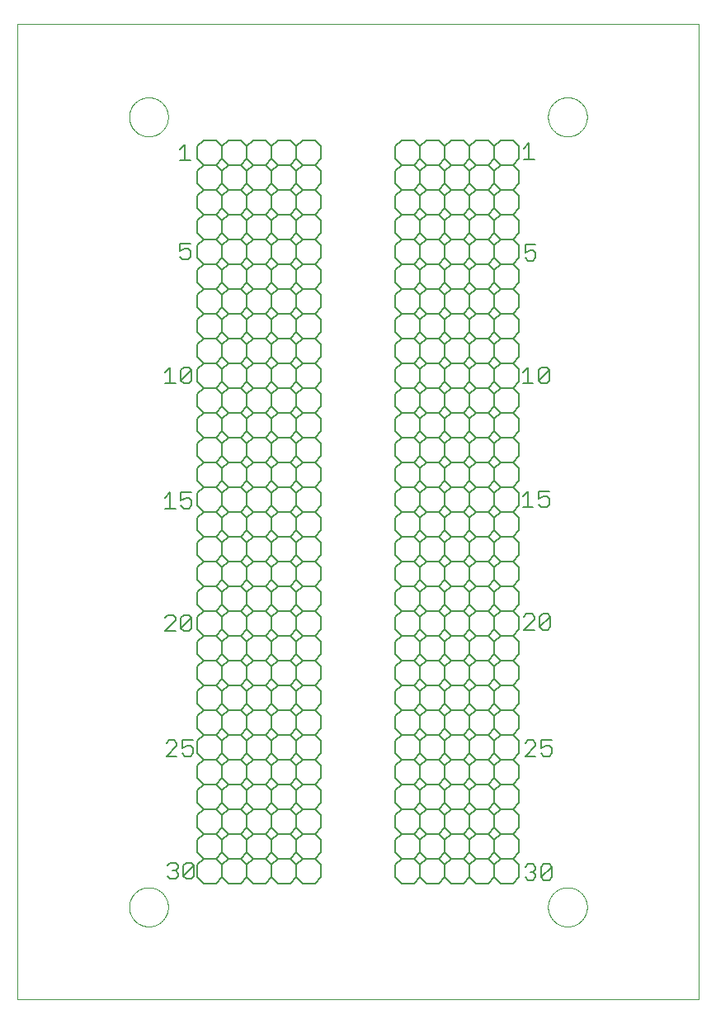
<source format=gto>
G75*
%MOIN*%
%OFA0B0*%
%FSLAX25Y25*%
%IPPOS*%
%LPD*%
%AMOC8*
5,1,8,0,0,1.08239X$1,22.5*
%
%ADD10C,0.00000*%
%ADD11C,0.00600*%
%ADD12C,0.00800*%
D10*
X0001000Y0001850D02*
X0001000Y0395551D01*
X0276591Y0395551D01*
X0276591Y0001850D01*
X0001000Y0001850D01*
X0046276Y0039252D02*
X0046278Y0039445D01*
X0046285Y0039638D01*
X0046297Y0039831D01*
X0046314Y0040024D01*
X0046335Y0040216D01*
X0046361Y0040407D01*
X0046392Y0040598D01*
X0046427Y0040788D01*
X0046467Y0040977D01*
X0046512Y0041165D01*
X0046561Y0041352D01*
X0046615Y0041538D01*
X0046673Y0041722D01*
X0046736Y0041905D01*
X0046804Y0042086D01*
X0046875Y0042265D01*
X0046952Y0042443D01*
X0047032Y0042619D01*
X0047117Y0042792D01*
X0047206Y0042964D01*
X0047299Y0043133D01*
X0047396Y0043300D01*
X0047498Y0043465D01*
X0047603Y0043627D01*
X0047712Y0043786D01*
X0047826Y0043943D01*
X0047943Y0044096D01*
X0048063Y0044247D01*
X0048188Y0044395D01*
X0048316Y0044540D01*
X0048447Y0044681D01*
X0048582Y0044820D01*
X0048721Y0044955D01*
X0048862Y0045086D01*
X0049007Y0045214D01*
X0049155Y0045339D01*
X0049306Y0045459D01*
X0049459Y0045576D01*
X0049616Y0045690D01*
X0049775Y0045799D01*
X0049937Y0045904D01*
X0050102Y0046006D01*
X0050269Y0046103D01*
X0050438Y0046196D01*
X0050610Y0046285D01*
X0050783Y0046370D01*
X0050959Y0046450D01*
X0051137Y0046527D01*
X0051316Y0046598D01*
X0051497Y0046666D01*
X0051680Y0046729D01*
X0051864Y0046787D01*
X0052050Y0046841D01*
X0052237Y0046890D01*
X0052425Y0046935D01*
X0052614Y0046975D01*
X0052804Y0047010D01*
X0052995Y0047041D01*
X0053186Y0047067D01*
X0053378Y0047088D01*
X0053571Y0047105D01*
X0053764Y0047117D01*
X0053957Y0047124D01*
X0054150Y0047126D01*
X0054343Y0047124D01*
X0054536Y0047117D01*
X0054729Y0047105D01*
X0054922Y0047088D01*
X0055114Y0047067D01*
X0055305Y0047041D01*
X0055496Y0047010D01*
X0055686Y0046975D01*
X0055875Y0046935D01*
X0056063Y0046890D01*
X0056250Y0046841D01*
X0056436Y0046787D01*
X0056620Y0046729D01*
X0056803Y0046666D01*
X0056984Y0046598D01*
X0057163Y0046527D01*
X0057341Y0046450D01*
X0057517Y0046370D01*
X0057690Y0046285D01*
X0057862Y0046196D01*
X0058031Y0046103D01*
X0058198Y0046006D01*
X0058363Y0045904D01*
X0058525Y0045799D01*
X0058684Y0045690D01*
X0058841Y0045576D01*
X0058994Y0045459D01*
X0059145Y0045339D01*
X0059293Y0045214D01*
X0059438Y0045086D01*
X0059579Y0044955D01*
X0059718Y0044820D01*
X0059853Y0044681D01*
X0059984Y0044540D01*
X0060112Y0044395D01*
X0060237Y0044247D01*
X0060357Y0044096D01*
X0060474Y0043943D01*
X0060588Y0043786D01*
X0060697Y0043627D01*
X0060802Y0043465D01*
X0060904Y0043300D01*
X0061001Y0043133D01*
X0061094Y0042964D01*
X0061183Y0042792D01*
X0061268Y0042619D01*
X0061348Y0042443D01*
X0061425Y0042265D01*
X0061496Y0042086D01*
X0061564Y0041905D01*
X0061627Y0041722D01*
X0061685Y0041538D01*
X0061739Y0041352D01*
X0061788Y0041165D01*
X0061833Y0040977D01*
X0061873Y0040788D01*
X0061908Y0040598D01*
X0061939Y0040407D01*
X0061965Y0040216D01*
X0061986Y0040024D01*
X0062003Y0039831D01*
X0062015Y0039638D01*
X0062022Y0039445D01*
X0062024Y0039252D01*
X0062022Y0039059D01*
X0062015Y0038866D01*
X0062003Y0038673D01*
X0061986Y0038480D01*
X0061965Y0038288D01*
X0061939Y0038097D01*
X0061908Y0037906D01*
X0061873Y0037716D01*
X0061833Y0037527D01*
X0061788Y0037339D01*
X0061739Y0037152D01*
X0061685Y0036966D01*
X0061627Y0036782D01*
X0061564Y0036599D01*
X0061496Y0036418D01*
X0061425Y0036239D01*
X0061348Y0036061D01*
X0061268Y0035885D01*
X0061183Y0035712D01*
X0061094Y0035540D01*
X0061001Y0035371D01*
X0060904Y0035204D01*
X0060802Y0035039D01*
X0060697Y0034877D01*
X0060588Y0034718D01*
X0060474Y0034561D01*
X0060357Y0034408D01*
X0060237Y0034257D01*
X0060112Y0034109D01*
X0059984Y0033964D01*
X0059853Y0033823D01*
X0059718Y0033684D01*
X0059579Y0033549D01*
X0059438Y0033418D01*
X0059293Y0033290D01*
X0059145Y0033165D01*
X0058994Y0033045D01*
X0058841Y0032928D01*
X0058684Y0032814D01*
X0058525Y0032705D01*
X0058363Y0032600D01*
X0058198Y0032498D01*
X0058031Y0032401D01*
X0057862Y0032308D01*
X0057690Y0032219D01*
X0057517Y0032134D01*
X0057341Y0032054D01*
X0057163Y0031977D01*
X0056984Y0031906D01*
X0056803Y0031838D01*
X0056620Y0031775D01*
X0056436Y0031717D01*
X0056250Y0031663D01*
X0056063Y0031614D01*
X0055875Y0031569D01*
X0055686Y0031529D01*
X0055496Y0031494D01*
X0055305Y0031463D01*
X0055114Y0031437D01*
X0054922Y0031416D01*
X0054729Y0031399D01*
X0054536Y0031387D01*
X0054343Y0031380D01*
X0054150Y0031378D01*
X0053957Y0031380D01*
X0053764Y0031387D01*
X0053571Y0031399D01*
X0053378Y0031416D01*
X0053186Y0031437D01*
X0052995Y0031463D01*
X0052804Y0031494D01*
X0052614Y0031529D01*
X0052425Y0031569D01*
X0052237Y0031614D01*
X0052050Y0031663D01*
X0051864Y0031717D01*
X0051680Y0031775D01*
X0051497Y0031838D01*
X0051316Y0031906D01*
X0051137Y0031977D01*
X0050959Y0032054D01*
X0050783Y0032134D01*
X0050610Y0032219D01*
X0050438Y0032308D01*
X0050269Y0032401D01*
X0050102Y0032498D01*
X0049937Y0032600D01*
X0049775Y0032705D01*
X0049616Y0032814D01*
X0049459Y0032928D01*
X0049306Y0033045D01*
X0049155Y0033165D01*
X0049007Y0033290D01*
X0048862Y0033418D01*
X0048721Y0033549D01*
X0048582Y0033684D01*
X0048447Y0033823D01*
X0048316Y0033964D01*
X0048188Y0034109D01*
X0048063Y0034257D01*
X0047943Y0034408D01*
X0047826Y0034561D01*
X0047712Y0034718D01*
X0047603Y0034877D01*
X0047498Y0035039D01*
X0047396Y0035204D01*
X0047299Y0035371D01*
X0047206Y0035540D01*
X0047117Y0035712D01*
X0047032Y0035885D01*
X0046952Y0036061D01*
X0046875Y0036239D01*
X0046804Y0036418D01*
X0046736Y0036599D01*
X0046673Y0036782D01*
X0046615Y0036966D01*
X0046561Y0037152D01*
X0046512Y0037339D01*
X0046467Y0037527D01*
X0046427Y0037716D01*
X0046392Y0037906D01*
X0046361Y0038097D01*
X0046335Y0038288D01*
X0046314Y0038480D01*
X0046297Y0038673D01*
X0046285Y0038866D01*
X0046278Y0039059D01*
X0046276Y0039252D01*
X0215567Y0039252D02*
X0215569Y0039445D01*
X0215576Y0039638D01*
X0215588Y0039831D01*
X0215605Y0040024D01*
X0215626Y0040216D01*
X0215652Y0040407D01*
X0215683Y0040598D01*
X0215718Y0040788D01*
X0215758Y0040977D01*
X0215803Y0041165D01*
X0215852Y0041352D01*
X0215906Y0041538D01*
X0215964Y0041722D01*
X0216027Y0041905D01*
X0216095Y0042086D01*
X0216166Y0042265D01*
X0216243Y0042443D01*
X0216323Y0042619D01*
X0216408Y0042792D01*
X0216497Y0042964D01*
X0216590Y0043133D01*
X0216687Y0043300D01*
X0216789Y0043465D01*
X0216894Y0043627D01*
X0217003Y0043786D01*
X0217117Y0043943D01*
X0217234Y0044096D01*
X0217354Y0044247D01*
X0217479Y0044395D01*
X0217607Y0044540D01*
X0217738Y0044681D01*
X0217873Y0044820D01*
X0218012Y0044955D01*
X0218153Y0045086D01*
X0218298Y0045214D01*
X0218446Y0045339D01*
X0218597Y0045459D01*
X0218750Y0045576D01*
X0218907Y0045690D01*
X0219066Y0045799D01*
X0219228Y0045904D01*
X0219393Y0046006D01*
X0219560Y0046103D01*
X0219729Y0046196D01*
X0219901Y0046285D01*
X0220074Y0046370D01*
X0220250Y0046450D01*
X0220428Y0046527D01*
X0220607Y0046598D01*
X0220788Y0046666D01*
X0220971Y0046729D01*
X0221155Y0046787D01*
X0221341Y0046841D01*
X0221528Y0046890D01*
X0221716Y0046935D01*
X0221905Y0046975D01*
X0222095Y0047010D01*
X0222286Y0047041D01*
X0222477Y0047067D01*
X0222669Y0047088D01*
X0222862Y0047105D01*
X0223055Y0047117D01*
X0223248Y0047124D01*
X0223441Y0047126D01*
X0223634Y0047124D01*
X0223827Y0047117D01*
X0224020Y0047105D01*
X0224213Y0047088D01*
X0224405Y0047067D01*
X0224596Y0047041D01*
X0224787Y0047010D01*
X0224977Y0046975D01*
X0225166Y0046935D01*
X0225354Y0046890D01*
X0225541Y0046841D01*
X0225727Y0046787D01*
X0225911Y0046729D01*
X0226094Y0046666D01*
X0226275Y0046598D01*
X0226454Y0046527D01*
X0226632Y0046450D01*
X0226808Y0046370D01*
X0226981Y0046285D01*
X0227153Y0046196D01*
X0227322Y0046103D01*
X0227489Y0046006D01*
X0227654Y0045904D01*
X0227816Y0045799D01*
X0227975Y0045690D01*
X0228132Y0045576D01*
X0228285Y0045459D01*
X0228436Y0045339D01*
X0228584Y0045214D01*
X0228729Y0045086D01*
X0228870Y0044955D01*
X0229009Y0044820D01*
X0229144Y0044681D01*
X0229275Y0044540D01*
X0229403Y0044395D01*
X0229528Y0044247D01*
X0229648Y0044096D01*
X0229765Y0043943D01*
X0229879Y0043786D01*
X0229988Y0043627D01*
X0230093Y0043465D01*
X0230195Y0043300D01*
X0230292Y0043133D01*
X0230385Y0042964D01*
X0230474Y0042792D01*
X0230559Y0042619D01*
X0230639Y0042443D01*
X0230716Y0042265D01*
X0230787Y0042086D01*
X0230855Y0041905D01*
X0230918Y0041722D01*
X0230976Y0041538D01*
X0231030Y0041352D01*
X0231079Y0041165D01*
X0231124Y0040977D01*
X0231164Y0040788D01*
X0231199Y0040598D01*
X0231230Y0040407D01*
X0231256Y0040216D01*
X0231277Y0040024D01*
X0231294Y0039831D01*
X0231306Y0039638D01*
X0231313Y0039445D01*
X0231315Y0039252D01*
X0231313Y0039059D01*
X0231306Y0038866D01*
X0231294Y0038673D01*
X0231277Y0038480D01*
X0231256Y0038288D01*
X0231230Y0038097D01*
X0231199Y0037906D01*
X0231164Y0037716D01*
X0231124Y0037527D01*
X0231079Y0037339D01*
X0231030Y0037152D01*
X0230976Y0036966D01*
X0230918Y0036782D01*
X0230855Y0036599D01*
X0230787Y0036418D01*
X0230716Y0036239D01*
X0230639Y0036061D01*
X0230559Y0035885D01*
X0230474Y0035712D01*
X0230385Y0035540D01*
X0230292Y0035371D01*
X0230195Y0035204D01*
X0230093Y0035039D01*
X0229988Y0034877D01*
X0229879Y0034718D01*
X0229765Y0034561D01*
X0229648Y0034408D01*
X0229528Y0034257D01*
X0229403Y0034109D01*
X0229275Y0033964D01*
X0229144Y0033823D01*
X0229009Y0033684D01*
X0228870Y0033549D01*
X0228729Y0033418D01*
X0228584Y0033290D01*
X0228436Y0033165D01*
X0228285Y0033045D01*
X0228132Y0032928D01*
X0227975Y0032814D01*
X0227816Y0032705D01*
X0227654Y0032600D01*
X0227489Y0032498D01*
X0227322Y0032401D01*
X0227153Y0032308D01*
X0226981Y0032219D01*
X0226808Y0032134D01*
X0226632Y0032054D01*
X0226454Y0031977D01*
X0226275Y0031906D01*
X0226094Y0031838D01*
X0225911Y0031775D01*
X0225727Y0031717D01*
X0225541Y0031663D01*
X0225354Y0031614D01*
X0225166Y0031569D01*
X0224977Y0031529D01*
X0224787Y0031494D01*
X0224596Y0031463D01*
X0224405Y0031437D01*
X0224213Y0031416D01*
X0224020Y0031399D01*
X0223827Y0031387D01*
X0223634Y0031380D01*
X0223441Y0031378D01*
X0223248Y0031380D01*
X0223055Y0031387D01*
X0222862Y0031399D01*
X0222669Y0031416D01*
X0222477Y0031437D01*
X0222286Y0031463D01*
X0222095Y0031494D01*
X0221905Y0031529D01*
X0221716Y0031569D01*
X0221528Y0031614D01*
X0221341Y0031663D01*
X0221155Y0031717D01*
X0220971Y0031775D01*
X0220788Y0031838D01*
X0220607Y0031906D01*
X0220428Y0031977D01*
X0220250Y0032054D01*
X0220074Y0032134D01*
X0219901Y0032219D01*
X0219729Y0032308D01*
X0219560Y0032401D01*
X0219393Y0032498D01*
X0219228Y0032600D01*
X0219066Y0032705D01*
X0218907Y0032814D01*
X0218750Y0032928D01*
X0218597Y0033045D01*
X0218446Y0033165D01*
X0218298Y0033290D01*
X0218153Y0033418D01*
X0218012Y0033549D01*
X0217873Y0033684D01*
X0217738Y0033823D01*
X0217607Y0033964D01*
X0217479Y0034109D01*
X0217354Y0034257D01*
X0217234Y0034408D01*
X0217117Y0034561D01*
X0217003Y0034718D01*
X0216894Y0034877D01*
X0216789Y0035039D01*
X0216687Y0035204D01*
X0216590Y0035371D01*
X0216497Y0035540D01*
X0216408Y0035712D01*
X0216323Y0035885D01*
X0216243Y0036061D01*
X0216166Y0036239D01*
X0216095Y0036418D01*
X0216027Y0036599D01*
X0215964Y0036782D01*
X0215906Y0036966D01*
X0215852Y0037152D01*
X0215803Y0037339D01*
X0215758Y0037527D01*
X0215718Y0037716D01*
X0215683Y0037906D01*
X0215652Y0038097D01*
X0215626Y0038288D01*
X0215605Y0038480D01*
X0215588Y0038673D01*
X0215576Y0038866D01*
X0215569Y0039059D01*
X0215567Y0039252D01*
X0215567Y0358149D02*
X0215569Y0358342D01*
X0215576Y0358535D01*
X0215588Y0358728D01*
X0215605Y0358921D01*
X0215626Y0359113D01*
X0215652Y0359304D01*
X0215683Y0359495D01*
X0215718Y0359685D01*
X0215758Y0359874D01*
X0215803Y0360062D01*
X0215852Y0360249D01*
X0215906Y0360435D01*
X0215964Y0360619D01*
X0216027Y0360802D01*
X0216095Y0360983D01*
X0216166Y0361162D01*
X0216243Y0361340D01*
X0216323Y0361516D01*
X0216408Y0361689D01*
X0216497Y0361861D01*
X0216590Y0362030D01*
X0216687Y0362197D01*
X0216789Y0362362D01*
X0216894Y0362524D01*
X0217003Y0362683D01*
X0217117Y0362840D01*
X0217234Y0362993D01*
X0217354Y0363144D01*
X0217479Y0363292D01*
X0217607Y0363437D01*
X0217738Y0363578D01*
X0217873Y0363717D01*
X0218012Y0363852D01*
X0218153Y0363983D01*
X0218298Y0364111D01*
X0218446Y0364236D01*
X0218597Y0364356D01*
X0218750Y0364473D01*
X0218907Y0364587D01*
X0219066Y0364696D01*
X0219228Y0364801D01*
X0219393Y0364903D01*
X0219560Y0365000D01*
X0219729Y0365093D01*
X0219901Y0365182D01*
X0220074Y0365267D01*
X0220250Y0365347D01*
X0220428Y0365424D01*
X0220607Y0365495D01*
X0220788Y0365563D01*
X0220971Y0365626D01*
X0221155Y0365684D01*
X0221341Y0365738D01*
X0221528Y0365787D01*
X0221716Y0365832D01*
X0221905Y0365872D01*
X0222095Y0365907D01*
X0222286Y0365938D01*
X0222477Y0365964D01*
X0222669Y0365985D01*
X0222862Y0366002D01*
X0223055Y0366014D01*
X0223248Y0366021D01*
X0223441Y0366023D01*
X0223634Y0366021D01*
X0223827Y0366014D01*
X0224020Y0366002D01*
X0224213Y0365985D01*
X0224405Y0365964D01*
X0224596Y0365938D01*
X0224787Y0365907D01*
X0224977Y0365872D01*
X0225166Y0365832D01*
X0225354Y0365787D01*
X0225541Y0365738D01*
X0225727Y0365684D01*
X0225911Y0365626D01*
X0226094Y0365563D01*
X0226275Y0365495D01*
X0226454Y0365424D01*
X0226632Y0365347D01*
X0226808Y0365267D01*
X0226981Y0365182D01*
X0227153Y0365093D01*
X0227322Y0365000D01*
X0227489Y0364903D01*
X0227654Y0364801D01*
X0227816Y0364696D01*
X0227975Y0364587D01*
X0228132Y0364473D01*
X0228285Y0364356D01*
X0228436Y0364236D01*
X0228584Y0364111D01*
X0228729Y0363983D01*
X0228870Y0363852D01*
X0229009Y0363717D01*
X0229144Y0363578D01*
X0229275Y0363437D01*
X0229403Y0363292D01*
X0229528Y0363144D01*
X0229648Y0362993D01*
X0229765Y0362840D01*
X0229879Y0362683D01*
X0229988Y0362524D01*
X0230093Y0362362D01*
X0230195Y0362197D01*
X0230292Y0362030D01*
X0230385Y0361861D01*
X0230474Y0361689D01*
X0230559Y0361516D01*
X0230639Y0361340D01*
X0230716Y0361162D01*
X0230787Y0360983D01*
X0230855Y0360802D01*
X0230918Y0360619D01*
X0230976Y0360435D01*
X0231030Y0360249D01*
X0231079Y0360062D01*
X0231124Y0359874D01*
X0231164Y0359685D01*
X0231199Y0359495D01*
X0231230Y0359304D01*
X0231256Y0359113D01*
X0231277Y0358921D01*
X0231294Y0358728D01*
X0231306Y0358535D01*
X0231313Y0358342D01*
X0231315Y0358149D01*
X0231313Y0357956D01*
X0231306Y0357763D01*
X0231294Y0357570D01*
X0231277Y0357377D01*
X0231256Y0357185D01*
X0231230Y0356994D01*
X0231199Y0356803D01*
X0231164Y0356613D01*
X0231124Y0356424D01*
X0231079Y0356236D01*
X0231030Y0356049D01*
X0230976Y0355863D01*
X0230918Y0355679D01*
X0230855Y0355496D01*
X0230787Y0355315D01*
X0230716Y0355136D01*
X0230639Y0354958D01*
X0230559Y0354782D01*
X0230474Y0354609D01*
X0230385Y0354437D01*
X0230292Y0354268D01*
X0230195Y0354101D01*
X0230093Y0353936D01*
X0229988Y0353774D01*
X0229879Y0353615D01*
X0229765Y0353458D01*
X0229648Y0353305D01*
X0229528Y0353154D01*
X0229403Y0353006D01*
X0229275Y0352861D01*
X0229144Y0352720D01*
X0229009Y0352581D01*
X0228870Y0352446D01*
X0228729Y0352315D01*
X0228584Y0352187D01*
X0228436Y0352062D01*
X0228285Y0351942D01*
X0228132Y0351825D01*
X0227975Y0351711D01*
X0227816Y0351602D01*
X0227654Y0351497D01*
X0227489Y0351395D01*
X0227322Y0351298D01*
X0227153Y0351205D01*
X0226981Y0351116D01*
X0226808Y0351031D01*
X0226632Y0350951D01*
X0226454Y0350874D01*
X0226275Y0350803D01*
X0226094Y0350735D01*
X0225911Y0350672D01*
X0225727Y0350614D01*
X0225541Y0350560D01*
X0225354Y0350511D01*
X0225166Y0350466D01*
X0224977Y0350426D01*
X0224787Y0350391D01*
X0224596Y0350360D01*
X0224405Y0350334D01*
X0224213Y0350313D01*
X0224020Y0350296D01*
X0223827Y0350284D01*
X0223634Y0350277D01*
X0223441Y0350275D01*
X0223248Y0350277D01*
X0223055Y0350284D01*
X0222862Y0350296D01*
X0222669Y0350313D01*
X0222477Y0350334D01*
X0222286Y0350360D01*
X0222095Y0350391D01*
X0221905Y0350426D01*
X0221716Y0350466D01*
X0221528Y0350511D01*
X0221341Y0350560D01*
X0221155Y0350614D01*
X0220971Y0350672D01*
X0220788Y0350735D01*
X0220607Y0350803D01*
X0220428Y0350874D01*
X0220250Y0350951D01*
X0220074Y0351031D01*
X0219901Y0351116D01*
X0219729Y0351205D01*
X0219560Y0351298D01*
X0219393Y0351395D01*
X0219228Y0351497D01*
X0219066Y0351602D01*
X0218907Y0351711D01*
X0218750Y0351825D01*
X0218597Y0351942D01*
X0218446Y0352062D01*
X0218298Y0352187D01*
X0218153Y0352315D01*
X0218012Y0352446D01*
X0217873Y0352581D01*
X0217738Y0352720D01*
X0217607Y0352861D01*
X0217479Y0353006D01*
X0217354Y0353154D01*
X0217234Y0353305D01*
X0217117Y0353458D01*
X0217003Y0353615D01*
X0216894Y0353774D01*
X0216789Y0353936D01*
X0216687Y0354101D01*
X0216590Y0354268D01*
X0216497Y0354437D01*
X0216408Y0354609D01*
X0216323Y0354782D01*
X0216243Y0354958D01*
X0216166Y0355136D01*
X0216095Y0355315D01*
X0216027Y0355496D01*
X0215964Y0355679D01*
X0215906Y0355863D01*
X0215852Y0356049D01*
X0215803Y0356236D01*
X0215758Y0356424D01*
X0215718Y0356613D01*
X0215683Y0356803D01*
X0215652Y0356994D01*
X0215626Y0357185D01*
X0215605Y0357377D01*
X0215588Y0357570D01*
X0215576Y0357763D01*
X0215569Y0357956D01*
X0215567Y0358149D01*
X0046276Y0358149D02*
X0046278Y0358342D01*
X0046285Y0358535D01*
X0046297Y0358728D01*
X0046314Y0358921D01*
X0046335Y0359113D01*
X0046361Y0359304D01*
X0046392Y0359495D01*
X0046427Y0359685D01*
X0046467Y0359874D01*
X0046512Y0360062D01*
X0046561Y0360249D01*
X0046615Y0360435D01*
X0046673Y0360619D01*
X0046736Y0360802D01*
X0046804Y0360983D01*
X0046875Y0361162D01*
X0046952Y0361340D01*
X0047032Y0361516D01*
X0047117Y0361689D01*
X0047206Y0361861D01*
X0047299Y0362030D01*
X0047396Y0362197D01*
X0047498Y0362362D01*
X0047603Y0362524D01*
X0047712Y0362683D01*
X0047826Y0362840D01*
X0047943Y0362993D01*
X0048063Y0363144D01*
X0048188Y0363292D01*
X0048316Y0363437D01*
X0048447Y0363578D01*
X0048582Y0363717D01*
X0048721Y0363852D01*
X0048862Y0363983D01*
X0049007Y0364111D01*
X0049155Y0364236D01*
X0049306Y0364356D01*
X0049459Y0364473D01*
X0049616Y0364587D01*
X0049775Y0364696D01*
X0049937Y0364801D01*
X0050102Y0364903D01*
X0050269Y0365000D01*
X0050438Y0365093D01*
X0050610Y0365182D01*
X0050783Y0365267D01*
X0050959Y0365347D01*
X0051137Y0365424D01*
X0051316Y0365495D01*
X0051497Y0365563D01*
X0051680Y0365626D01*
X0051864Y0365684D01*
X0052050Y0365738D01*
X0052237Y0365787D01*
X0052425Y0365832D01*
X0052614Y0365872D01*
X0052804Y0365907D01*
X0052995Y0365938D01*
X0053186Y0365964D01*
X0053378Y0365985D01*
X0053571Y0366002D01*
X0053764Y0366014D01*
X0053957Y0366021D01*
X0054150Y0366023D01*
X0054343Y0366021D01*
X0054536Y0366014D01*
X0054729Y0366002D01*
X0054922Y0365985D01*
X0055114Y0365964D01*
X0055305Y0365938D01*
X0055496Y0365907D01*
X0055686Y0365872D01*
X0055875Y0365832D01*
X0056063Y0365787D01*
X0056250Y0365738D01*
X0056436Y0365684D01*
X0056620Y0365626D01*
X0056803Y0365563D01*
X0056984Y0365495D01*
X0057163Y0365424D01*
X0057341Y0365347D01*
X0057517Y0365267D01*
X0057690Y0365182D01*
X0057862Y0365093D01*
X0058031Y0365000D01*
X0058198Y0364903D01*
X0058363Y0364801D01*
X0058525Y0364696D01*
X0058684Y0364587D01*
X0058841Y0364473D01*
X0058994Y0364356D01*
X0059145Y0364236D01*
X0059293Y0364111D01*
X0059438Y0363983D01*
X0059579Y0363852D01*
X0059718Y0363717D01*
X0059853Y0363578D01*
X0059984Y0363437D01*
X0060112Y0363292D01*
X0060237Y0363144D01*
X0060357Y0362993D01*
X0060474Y0362840D01*
X0060588Y0362683D01*
X0060697Y0362524D01*
X0060802Y0362362D01*
X0060904Y0362197D01*
X0061001Y0362030D01*
X0061094Y0361861D01*
X0061183Y0361689D01*
X0061268Y0361516D01*
X0061348Y0361340D01*
X0061425Y0361162D01*
X0061496Y0360983D01*
X0061564Y0360802D01*
X0061627Y0360619D01*
X0061685Y0360435D01*
X0061739Y0360249D01*
X0061788Y0360062D01*
X0061833Y0359874D01*
X0061873Y0359685D01*
X0061908Y0359495D01*
X0061939Y0359304D01*
X0061965Y0359113D01*
X0061986Y0358921D01*
X0062003Y0358728D01*
X0062015Y0358535D01*
X0062022Y0358342D01*
X0062024Y0358149D01*
X0062022Y0357956D01*
X0062015Y0357763D01*
X0062003Y0357570D01*
X0061986Y0357377D01*
X0061965Y0357185D01*
X0061939Y0356994D01*
X0061908Y0356803D01*
X0061873Y0356613D01*
X0061833Y0356424D01*
X0061788Y0356236D01*
X0061739Y0356049D01*
X0061685Y0355863D01*
X0061627Y0355679D01*
X0061564Y0355496D01*
X0061496Y0355315D01*
X0061425Y0355136D01*
X0061348Y0354958D01*
X0061268Y0354782D01*
X0061183Y0354609D01*
X0061094Y0354437D01*
X0061001Y0354268D01*
X0060904Y0354101D01*
X0060802Y0353936D01*
X0060697Y0353774D01*
X0060588Y0353615D01*
X0060474Y0353458D01*
X0060357Y0353305D01*
X0060237Y0353154D01*
X0060112Y0353006D01*
X0059984Y0352861D01*
X0059853Y0352720D01*
X0059718Y0352581D01*
X0059579Y0352446D01*
X0059438Y0352315D01*
X0059293Y0352187D01*
X0059145Y0352062D01*
X0058994Y0351942D01*
X0058841Y0351825D01*
X0058684Y0351711D01*
X0058525Y0351602D01*
X0058363Y0351497D01*
X0058198Y0351395D01*
X0058031Y0351298D01*
X0057862Y0351205D01*
X0057690Y0351116D01*
X0057517Y0351031D01*
X0057341Y0350951D01*
X0057163Y0350874D01*
X0056984Y0350803D01*
X0056803Y0350735D01*
X0056620Y0350672D01*
X0056436Y0350614D01*
X0056250Y0350560D01*
X0056063Y0350511D01*
X0055875Y0350466D01*
X0055686Y0350426D01*
X0055496Y0350391D01*
X0055305Y0350360D01*
X0055114Y0350334D01*
X0054922Y0350313D01*
X0054729Y0350296D01*
X0054536Y0350284D01*
X0054343Y0350277D01*
X0054150Y0350275D01*
X0053957Y0350277D01*
X0053764Y0350284D01*
X0053571Y0350296D01*
X0053378Y0350313D01*
X0053186Y0350334D01*
X0052995Y0350360D01*
X0052804Y0350391D01*
X0052614Y0350426D01*
X0052425Y0350466D01*
X0052237Y0350511D01*
X0052050Y0350560D01*
X0051864Y0350614D01*
X0051680Y0350672D01*
X0051497Y0350735D01*
X0051316Y0350803D01*
X0051137Y0350874D01*
X0050959Y0350951D01*
X0050783Y0351031D01*
X0050610Y0351116D01*
X0050438Y0351205D01*
X0050269Y0351298D01*
X0050102Y0351395D01*
X0049937Y0351497D01*
X0049775Y0351602D01*
X0049616Y0351711D01*
X0049459Y0351825D01*
X0049306Y0351942D01*
X0049155Y0352062D01*
X0049007Y0352187D01*
X0048862Y0352315D01*
X0048721Y0352446D01*
X0048582Y0352581D01*
X0048447Y0352720D01*
X0048316Y0352861D01*
X0048188Y0353006D01*
X0048063Y0353154D01*
X0047943Y0353305D01*
X0047826Y0353458D01*
X0047712Y0353615D01*
X0047603Y0353774D01*
X0047498Y0353936D01*
X0047396Y0354101D01*
X0047299Y0354268D01*
X0047206Y0354437D01*
X0047117Y0354609D01*
X0047032Y0354782D01*
X0046952Y0354958D01*
X0046875Y0355136D01*
X0046804Y0355315D01*
X0046736Y0355496D01*
X0046673Y0355679D01*
X0046615Y0355863D01*
X0046561Y0356049D01*
X0046512Y0356236D01*
X0046467Y0356424D01*
X0046427Y0356613D01*
X0046392Y0356803D01*
X0046361Y0356994D01*
X0046335Y0357185D01*
X0046314Y0357377D01*
X0046297Y0357570D01*
X0046285Y0357763D01*
X0046278Y0357956D01*
X0046276Y0358149D01*
D11*
X0066800Y0344920D02*
X0068935Y0347055D01*
X0068935Y0340650D01*
X0066800Y0340650D02*
X0071070Y0340650D01*
X0071070Y0307055D02*
X0066800Y0307055D01*
X0066800Y0303853D01*
X0068935Y0304920D01*
X0070003Y0304920D01*
X0071070Y0303853D01*
X0071070Y0301718D01*
X0070003Y0300650D01*
X0067868Y0300650D01*
X0066800Y0301718D01*
X0068313Y0257055D02*
X0070448Y0257055D01*
X0071516Y0255988D01*
X0067245Y0251718D01*
X0068313Y0250650D01*
X0070448Y0250650D01*
X0071516Y0251718D01*
X0071516Y0255988D01*
X0068313Y0257055D02*
X0067245Y0255988D01*
X0067245Y0251718D01*
X0065070Y0250650D02*
X0060800Y0250650D01*
X0062935Y0250650D02*
X0062935Y0257055D01*
X0060800Y0254920D01*
X0062935Y0206555D02*
X0060800Y0204420D01*
X0062935Y0206555D02*
X0062935Y0200150D01*
X0060800Y0200150D02*
X0065070Y0200150D01*
X0067245Y0201218D02*
X0068313Y0200150D01*
X0070448Y0200150D01*
X0071516Y0201218D01*
X0071516Y0203353D01*
X0070448Y0204420D01*
X0069381Y0204420D01*
X0067245Y0203353D01*
X0067245Y0206555D01*
X0071516Y0206555D01*
X0070448Y0157055D02*
X0068313Y0157055D01*
X0067245Y0155988D01*
X0067245Y0151718D01*
X0071516Y0155988D01*
X0071516Y0151718D01*
X0070448Y0150650D01*
X0068313Y0150650D01*
X0067245Y0151718D01*
X0065070Y0150650D02*
X0060800Y0150650D01*
X0065070Y0154920D01*
X0065070Y0155988D01*
X0064003Y0157055D01*
X0061868Y0157055D01*
X0060800Y0155988D01*
X0070448Y0157055D02*
X0071516Y0155988D01*
X0072016Y0106555D02*
X0067745Y0106555D01*
X0067745Y0103353D01*
X0069881Y0104420D01*
X0070948Y0104420D01*
X0072016Y0103353D01*
X0072016Y0101218D01*
X0070948Y0100150D01*
X0068813Y0100150D01*
X0067745Y0101218D01*
X0065570Y0100150D02*
X0061300Y0100150D01*
X0065570Y0104420D01*
X0065570Y0105488D01*
X0064503Y0106555D01*
X0062368Y0106555D01*
X0061300Y0105488D01*
X0062868Y0057055D02*
X0065003Y0057055D01*
X0066070Y0055988D01*
X0066070Y0054920D01*
X0065003Y0053853D01*
X0066070Y0052785D01*
X0066070Y0051718D01*
X0065003Y0050650D01*
X0062868Y0050650D01*
X0061800Y0051718D01*
X0063935Y0053853D02*
X0065003Y0053853D01*
X0062868Y0057055D02*
X0061800Y0055988D01*
X0068245Y0055988D02*
X0068245Y0051718D01*
X0072516Y0055988D01*
X0072516Y0051718D01*
X0071448Y0050650D01*
X0069313Y0050650D01*
X0068245Y0051718D01*
X0068245Y0055988D02*
X0069313Y0057055D01*
X0071448Y0057055D01*
X0072516Y0055988D01*
X0205300Y0200650D02*
X0209570Y0200650D01*
X0207435Y0200650D02*
X0207435Y0207055D01*
X0205300Y0204920D01*
X0211745Y0203853D02*
X0213881Y0204920D01*
X0214948Y0204920D01*
X0216016Y0203853D01*
X0216016Y0201718D01*
X0214948Y0200650D01*
X0212813Y0200650D01*
X0211745Y0201718D01*
X0211745Y0203853D02*
X0211745Y0207055D01*
X0216016Y0207055D01*
X0214948Y0250650D02*
X0212813Y0250650D01*
X0211745Y0251718D01*
X0216016Y0255988D01*
X0216016Y0251718D01*
X0214948Y0250650D01*
X0211745Y0251718D02*
X0211745Y0255988D01*
X0212813Y0257055D01*
X0214948Y0257055D01*
X0216016Y0255988D01*
X0209570Y0250650D02*
X0205300Y0250650D01*
X0207435Y0250650D02*
X0207435Y0257055D01*
X0205300Y0254920D01*
X0207368Y0300150D02*
X0206300Y0301218D01*
X0207368Y0300150D02*
X0209503Y0300150D01*
X0210570Y0301218D01*
X0210570Y0303353D01*
X0209503Y0304420D01*
X0208435Y0304420D01*
X0206300Y0303353D01*
X0206300Y0306555D01*
X0210570Y0306555D01*
X0210070Y0341150D02*
X0205800Y0341150D01*
X0207935Y0341150D02*
X0207935Y0347555D01*
X0205800Y0345420D01*
X0206868Y0157555D02*
X0205800Y0156488D01*
X0206868Y0157555D02*
X0209003Y0157555D01*
X0210070Y0156488D01*
X0210070Y0155420D01*
X0205800Y0151150D01*
X0210070Y0151150D01*
X0212245Y0152218D02*
X0212245Y0156488D01*
X0213313Y0157555D01*
X0215448Y0157555D01*
X0216516Y0156488D01*
X0212245Y0152218D01*
X0213313Y0151150D01*
X0215448Y0151150D01*
X0216516Y0152218D01*
X0216516Y0156488D01*
X0217016Y0106555D02*
X0212745Y0106555D01*
X0212745Y0103353D01*
X0214881Y0104420D01*
X0215948Y0104420D01*
X0217016Y0103353D01*
X0217016Y0101218D01*
X0215948Y0100150D01*
X0213813Y0100150D01*
X0212745Y0101218D01*
X0210570Y0100150D02*
X0206300Y0100150D01*
X0210570Y0104420D01*
X0210570Y0105488D01*
X0209503Y0106555D01*
X0207368Y0106555D01*
X0206300Y0105488D01*
X0207368Y0056555D02*
X0209503Y0056555D01*
X0210570Y0055488D01*
X0210570Y0054420D01*
X0209503Y0053353D01*
X0210570Y0052285D01*
X0210570Y0051218D01*
X0209503Y0050150D01*
X0207368Y0050150D01*
X0206300Y0051218D01*
X0208435Y0053353D02*
X0209503Y0053353D01*
X0207368Y0056555D02*
X0206300Y0055488D01*
X0212745Y0055488D02*
X0212745Y0051218D01*
X0217016Y0055488D01*
X0217016Y0051218D01*
X0215948Y0050150D01*
X0213813Y0050150D01*
X0212745Y0051218D01*
X0212745Y0055488D02*
X0213813Y0056555D01*
X0215948Y0056555D01*
X0217016Y0055488D01*
D12*
X0203795Y0056200D02*
X0203795Y0051200D01*
X0201295Y0048700D01*
X0196295Y0048700D01*
X0193795Y0051200D01*
X0193795Y0056200D01*
X0196295Y0058700D01*
X0201295Y0058700D01*
X0203795Y0056200D01*
X0201295Y0058700D02*
X0203795Y0061200D01*
X0203795Y0066200D01*
X0201295Y0068700D01*
X0196295Y0068700D01*
X0193795Y0066200D01*
X0193795Y0061200D01*
X0196295Y0058700D01*
X0201295Y0058700D01*
X0193795Y0056200D02*
X0193795Y0051200D01*
X0191295Y0048700D01*
X0186295Y0048700D01*
X0183795Y0051200D01*
X0183795Y0056200D01*
X0186295Y0058700D01*
X0191295Y0058700D01*
X0193795Y0056200D01*
X0191295Y0058700D02*
X0193795Y0061200D01*
X0193795Y0066200D01*
X0191295Y0068700D01*
X0186295Y0068700D01*
X0183795Y0066200D01*
X0183795Y0061200D01*
X0186295Y0058700D01*
X0191295Y0058700D01*
X0183795Y0056200D02*
X0183795Y0051200D01*
X0181295Y0048700D01*
X0176295Y0048700D01*
X0173795Y0051200D01*
X0173795Y0056200D01*
X0176295Y0058700D01*
X0181295Y0058700D01*
X0183795Y0056200D01*
X0181295Y0058700D02*
X0183795Y0061200D01*
X0183795Y0066200D01*
X0181295Y0068700D01*
X0176295Y0068700D01*
X0173795Y0066200D01*
X0173795Y0061200D01*
X0176295Y0058700D01*
X0181295Y0058700D01*
X0173795Y0056200D02*
X0173795Y0051200D01*
X0171295Y0048700D01*
X0166295Y0048700D01*
X0163795Y0051200D01*
X0163795Y0056200D01*
X0166295Y0058700D01*
X0171295Y0058700D01*
X0173795Y0056200D01*
X0171295Y0058700D02*
X0173795Y0061200D01*
X0173795Y0066200D01*
X0171295Y0068700D01*
X0166295Y0068700D01*
X0163795Y0066200D01*
X0163795Y0061200D01*
X0166295Y0058700D01*
X0171295Y0058700D01*
X0163795Y0056200D02*
X0163795Y0051200D01*
X0161295Y0048700D01*
X0156295Y0048700D01*
X0153795Y0051200D01*
X0153795Y0056200D01*
X0156295Y0058700D01*
X0161295Y0058700D01*
X0163795Y0056200D01*
X0161295Y0058700D02*
X0163795Y0061200D01*
X0163795Y0066200D01*
X0161295Y0068700D01*
X0156295Y0068700D01*
X0153795Y0066200D01*
X0153795Y0061200D01*
X0156295Y0058700D01*
X0161295Y0058700D01*
X0161295Y0068700D02*
X0156295Y0068700D01*
X0153795Y0071200D01*
X0153795Y0076200D01*
X0156295Y0078700D01*
X0161295Y0078700D01*
X0163795Y0076200D01*
X0163795Y0071200D01*
X0166295Y0068700D01*
X0171295Y0068700D01*
X0173795Y0071200D01*
X0176295Y0068700D01*
X0181295Y0068700D01*
X0183795Y0071200D01*
X0186295Y0068700D01*
X0191295Y0068700D01*
X0193795Y0071200D01*
X0196295Y0068700D01*
X0201295Y0068700D01*
X0203795Y0071200D01*
X0203795Y0076200D01*
X0201295Y0078700D01*
X0196295Y0078700D01*
X0193795Y0076200D01*
X0193795Y0071200D01*
X0193795Y0076200D01*
X0191295Y0078700D01*
X0186295Y0078700D01*
X0183795Y0076200D01*
X0183795Y0071200D01*
X0183795Y0076200D01*
X0181295Y0078700D01*
X0176295Y0078700D01*
X0173795Y0076200D01*
X0173795Y0071200D01*
X0173795Y0076200D01*
X0171295Y0078700D01*
X0166295Y0078700D01*
X0163795Y0076200D01*
X0163795Y0071200D01*
X0161295Y0068700D01*
X0161295Y0078700D02*
X0156295Y0078700D01*
X0153795Y0081200D01*
X0153795Y0086200D01*
X0156295Y0088700D01*
X0161295Y0088700D01*
X0163795Y0086200D01*
X0163795Y0081200D01*
X0166295Y0078700D01*
X0171295Y0078700D01*
X0173795Y0081200D01*
X0176295Y0078700D01*
X0181295Y0078700D01*
X0183795Y0081200D01*
X0186295Y0078700D01*
X0191295Y0078700D01*
X0193795Y0081200D01*
X0196295Y0078700D01*
X0201295Y0078700D01*
X0203795Y0081200D01*
X0203795Y0086200D01*
X0201295Y0088700D01*
X0196295Y0088700D01*
X0193795Y0086200D01*
X0193795Y0081200D01*
X0193795Y0086200D01*
X0191295Y0088700D01*
X0186295Y0088700D01*
X0183795Y0086200D01*
X0183795Y0081200D01*
X0183795Y0086200D01*
X0181295Y0088700D01*
X0176295Y0088700D01*
X0173795Y0086200D01*
X0173795Y0081200D01*
X0173795Y0086200D01*
X0171295Y0088700D01*
X0166295Y0088700D01*
X0163795Y0086200D01*
X0163795Y0081200D01*
X0161295Y0078700D01*
X0161295Y0088700D02*
X0156295Y0088700D01*
X0153795Y0091200D01*
X0153795Y0096200D01*
X0156295Y0098700D01*
X0161295Y0098700D01*
X0163795Y0096200D01*
X0163795Y0091200D01*
X0166295Y0088700D01*
X0171295Y0088700D01*
X0173795Y0091200D01*
X0176295Y0088700D01*
X0181295Y0088700D01*
X0183795Y0091200D01*
X0186295Y0088700D01*
X0191295Y0088700D01*
X0193795Y0091200D01*
X0196295Y0088700D01*
X0201295Y0088700D01*
X0203795Y0091200D01*
X0203795Y0096200D01*
X0201295Y0098700D01*
X0196295Y0098700D01*
X0193795Y0096200D01*
X0193795Y0091200D01*
X0193795Y0096200D01*
X0191295Y0098700D01*
X0186295Y0098700D01*
X0183795Y0096200D01*
X0183795Y0091200D01*
X0183795Y0096200D01*
X0181295Y0098700D01*
X0176295Y0098700D01*
X0173795Y0096200D01*
X0173795Y0091200D01*
X0173795Y0096200D01*
X0171295Y0098700D01*
X0166295Y0098700D01*
X0163795Y0096200D01*
X0163795Y0091200D01*
X0161295Y0088700D01*
X0161295Y0098700D02*
X0156295Y0098700D01*
X0153795Y0101200D01*
X0153795Y0106200D01*
X0156295Y0108700D01*
X0161295Y0108700D01*
X0163795Y0106200D01*
X0163795Y0101200D01*
X0166295Y0098700D01*
X0171295Y0098700D01*
X0173795Y0101200D01*
X0176295Y0098700D01*
X0181295Y0098700D01*
X0183795Y0101200D01*
X0186295Y0098700D01*
X0191295Y0098700D01*
X0193795Y0101200D01*
X0196295Y0098700D01*
X0201295Y0098700D01*
X0203795Y0101200D01*
X0203795Y0106200D01*
X0201295Y0108700D01*
X0196295Y0108700D01*
X0193795Y0106200D01*
X0193795Y0101200D01*
X0193795Y0106200D01*
X0191295Y0108700D01*
X0186295Y0108700D01*
X0183795Y0106200D01*
X0183795Y0101200D01*
X0183795Y0106200D01*
X0181295Y0108700D01*
X0176295Y0108700D01*
X0173795Y0106200D01*
X0173795Y0101200D01*
X0173795Y0106200D01*
X0171295Y0108700D01*
X0166295Y0108700D01*
X0163795Y0106200D01*
X0163795Y0101200D01*
X0161295Y0098700D01*
X0161295Y0108700D02*
X0156295Y0108700D01*
X0153795Y0111200D01*
X0153795Y0116200D01*
X0156295Y0118700D01*
X0161295Y0118700D01*
X0163795Y0116200D01*
X0163795Y0111200D01*
X0166295Y0108700D01*
X0171295Y0108700D01*
X0173795Y0111200D01*
X0176295Y0108700D01*
X0181295Y0108700D01*
X0183795Y0111200D01*
X0186295Y0108700D01*
X0191295Y0108700D01*
X0193795Y0111200D01*
X0196295Y0108700D01*
X0201295Y0108700D01*
X0203795Y0111200D01*
X0203795Y0116200D01*
X0201295Y0118700D01*
X0196295Y0118700D01*
X0193795Y0116200D01*
X0193795Y0111200D01*
X0193795Y0116200D01*
X0191295Y0118700D01*
X0186295Y0118700D01*
X0183795Y0116200D01*
X0183795Y0111200D01*
X0183795Y0116200D01*
X0181295Y0118700D01*
X0176295Y0118700D01*
X0173795Y0116200D01*
X0173795Y0111200D01*
X0173795Y0116200D01*
X0171295Y0118700D01*
X0166295Y0118700D01*
X0163795Y0116200D01*
X0163795Y0111200D01*
X0161295Y0108700D01*
X0161295Y0118700D02*
X0156295Y0118700D01*
X0153795Y0121200D01*
X0153795Y0126200D01*
X0156295Y0128700D01*
X0161295Y0128700D01*
X0163795Y0126200D01*
X0163795Y0121200D01*
X0166295Y0118700D01*
X0171295Y0118700D01*
X0173795Y0121200D01*
X0176295Y0118700D01*
X0181295Y0118700D01*
X0183795Y0121200D01*
X0186295Y0118700D01*
X0191295Y0118700D01*
X0193795Y0121200D01*
X0196295Y0118700D01*
X0201295Y0118700D01*
X0203795Y0121200D01*
X0203795Y0126200D01*
X0201295Y0128700D01*
X0196295Y0128700D01*
X0193795Y0126200D01*
X0193795Y0121200D01*
X0193795Y0126200D01*
X0191295Y0128700D01*
X0186295Y0128700D01*
X0183795Y0126200D01*
X0183795Y0121200D01*
X0183795Y0126200D01*
X0181295Y0128700D01*
X0176295Y0128700D01*
X0173795Y0126200D01*
X0173795Y0121200D01*
X0173795Y0126200D01*
X0171295Y0128700D01*
X0166295Y0128700D01*
X0163795Y0126200D01*
X0163795Y0121200D01*
X0161295Y0118700D01*
X0161295Y0128700D02*
X0156295Y0128700D01*
X0153795Y0131200D01*
X0153795Y0136200D01*
X0156295Y0138700D01*
X0161295Y0138700D01*
X0163795Y0136200D01*
X0163795Y0131200D01*
X0166295Y0128700D01*
X0171295Y0128700D01*
X0173795Y0131200D01*
X0176295Y0128700D01*
X0181295Y0128700D01*
X0183795Y0131200D01*
X0186295Y0128700D01*
X0191295Y0128700D01*
X0193795Y0131200D01*
X0196295Y0128700D01*
X0201295Y0128700D01*
X0203795Y0131200D01*
X0203795Y0136200D01*
X0201295Y0138700D01*
X0196295Y0138700D01*
X0193795Y0136200D01*
X0193795Y0131200D01*
X0193795Y0136200D01*
X0191295Y0138700D01*
X0186295Y0138700D01*
X0183795Y0136200D01*
X0183795Y0131200D01*
X0183795Y0136200D01*
X0181295Y0138700D01*
X0176295Y0138700D01*
X0173795Y0136200D01*
X0173795Y0131200D01*
X0173795Y0136200D01*
X0171295Y0138700D01*
X0166295Y0138700D01*
X0163795Y0136200D01*
X0163795Y0131200D01*
X0161295Y0128700D01*
X0161295Y0138700D02*
X0156295Y0138700D01*
X0153795Y0141200D01*
X0153795Y0146200D01*
X0156295Y0148700D01*
X0161295Y0148700D01*
X0163795Y0146200D01*
X0163795Y0141200D01*
X0166295Y0138700D01*
X0171295Y0138700D01*
X0173795Y0141200D01*
X0176295Y0138700D01*
X0181295Y0138700D01*
X0183795Y0141200D01*
X0186295Y0138700D01*
X0191295Y0138700D01*
X0193795Y0141200D01*
X0196295Y0138700D01*
X0201295Y0138700D01*
X0203795Y0141200D01*
X0203795Y0146200D01*
X0201295Y0148700D01*
X0196295Y0148700D01*
X0193795Y0146200D01*
X0193795Y0141200D01*
X0193795Y0146200D01*
X0191295Y0148700D01*
X0186295Y0148700D01*
X0183795Y0146200D01*
X0183795Y0141200D01*
X0183795Y0146200D01*
X0181295Y0148700D01*
X0176295Y0148700D01*
X0173795Y0146200D01*
X0173795Y0141200D01*
X0173795Y0146200D01*
X0171295Y0148700D01*
X0166295Y0148700D01*
X0163795Y0146200D01*
X0163795Y0141200D01*
X0161295Y0138700D01*
X0161295Y0148700D02*
X0156295Y0148700D01*
X0153795Y0151200D01*
X0153795Y0156200D01*
X0156295Y0158700D01*
X0161295Y0158700D01*
X0163795Y0156200D01*
X0163795Y0151200D01*
X0166295Y0148700D01*
X0171295Y0148700D01*
X0173795Y0151200D01*
X0176295Y0148700D01*
X0181295Y0148700D01*
X0183795Y0151200D01*
X0186295Y0148700D01*
X0191295Y0148700D01*
X0193795Y0151200D01*
X0196295Y0148700D01*
X0201295Y0148700D01*
X0203795Y0151200D01*
X0203795Y0156200D01*
X0201295Y0158700D01*
X0196295Y0158700D01*
X0193795Y0156200D01*
X0193795Y0151200D01*
X0193795Y0156200D01*
X0191295Y0158700D01*
X0186295Y0158700D01*
X0183795Y0156200D01*
X0183795Y0151200D01*
X0183795Y0156200D01*
X0181295Y0158700D01*
X0176295Y0158700D01*
X0173795Y0156200D01*
X0173795Y0151200D01*
X0173795Y0156200D01*
X0171295Y0158700D01*
X0166295Y0158700D01*
X0163795Y0156200D01*
X0163795Y0151200D01*
X0161295Y0148700D01*
X0161295Y0158700D02*
X0156295Y0158700D01*
X0153795Y0161200D01*
X0153795Y0166200D01*
X0156295Y0168700D01*
X0161295Y0168700D01*
X0163795Y0166200D01*
X0163795Y0161200D01*
X0166295Y0158700D01*
X0171295Y0158700D01*
X0173795Y0161200D01*
X0176295Y0158700D01*
X0181295Y0158700D01*
X0183795Y0161200D01*
X0186295Y0158700D01*
X0191295Y0158700D01*
X0193795Y0161200D01*
X0196295Y0158700D01*
X0201295Y0158700D01*
X0203795Y0161200D01*
X0203795Y0166200D01*
X0201295Y0168700D01*
X0196295Y0168700D01*
X0193795Y0166200D01*
X0193795Y0161200D01*
X0193795Y0166200D01*
X0191295Y0168700D01*
X0186295Y0168700D01*
X0183795Y0166200D01*
X0183795Y0161200D01*
X0183795Y0166200D01*
X0181295Y0168700D01*
X0176295Y0168700D01*
X0173795Y0166200D01*
X0173795Y0161200D01*
X0173795Y0166200D01*
X0171295Y0168700D01*
X0166295Y0168700D01*
X0163795Y0166200D01*
X0163795Y0161200D01*
X0161295Y0158700D01*
X0161295Y0168700D02*
X0156295Y0168700D01*
X0153795Y0171200D01*
X0153795Y0176200D01*
X0156295Y0178700D01*
X0161295Y0178700D01*
X0163795Y0176200D01*
X0163795Y0171200D01*
X0166295Y0168700D01*
X0171295Y0168700D01*
X0173795Y0171200D01*
X0176295Y0168700D01*
X0181295Y0168700D01*
X0183795Y0171200D01*
X0186295Y0168700D01*
X0191295Y0168700D01*
X0193795Y0171200D01*
X0196295Y0168700D01*
X0201295Y0168700D01*
X0203795Y0171200D01*
X0203795Y0176200D01*
X0201295Y0178700D01*
X0196295Y0178700D01*
X0193795Y0176200D01*
X0193795Y0171200D01*
X0193795Y0176200D01*
X0191295Y0178700D01*
X0186295Y0178700D01*
X0183795Y0176200D01*
X0183795Y0171200D01*
X0183795Y0176200D01*
X0181295Y0178700D01*
X0176295Y0178700D01*
X0173795Y0176200D01*
X0173795Y0171200D01*
X0173795Y0176200D01*
X0171295Y0178700D01*
X0166295Y0178700D01*
X0163795Y0176200D01*
X0163795Y0171200D01*
X0161295Y0168700D01*
X0161295Y0178700D02*
X0156295Y0178700D01*
X0153795Y0181200D01*
X0153795Y0186200D01*
X0156295Y0188700D01*
X0161295Y0188700D01*
X0163795Y0186200D01*
X0163795Y0181200D01*
X0166295Y0178700D01*
X0171295Y0178700D01*
X0173795Y0181200D01*
X0176295Y0178700D01*
X0181295Y0178700D01*
X0183795Y0181200D01*
X0186295Y0178700D01*
X0191295Y0178700D01*
X0193795Y0181200D01*
X0196295Y0178700D01*
X0201295Y0178700D01*
X0203795Y0181200D01*
X0203795Y0186200D01*
X0201295Y0188700D01*
X0196295Y0188700D01*
X0193795Y0186200D01*
X0193795Y0181200D01*
X0193795Y0186200D01*
X0191295Y0188700D01*
X0186295Y0188700D01*
X0183795Y0186200D01*
X0183795Y0181200D01*
X0183795Y0186200D01*
X0181295Y0188700D01*
X0176295Y0188700D01*
X0173795Y0186200D01*
X0173795Y0181200D01*
X0173795Y0186200D01*
X0171295Y0188700D01*
X0166295Y0188700D01*
X0163795Y0186200D01*
X0163795Y0181200D01*
X0161295Y0178700D01*
X0161295Y0188700D02*
X0156295Y0188700D01*
X0153795Y0191200D01*
X0153795Y0196200D01*
X0156295Y0198700D01*
X0161295Y0198700D01*
X0163795Y0196200D01*
X0163795Y0191200D01*
X0166295Y0188700D01*
X0171295Y0188700D01*
X0173795Y0191200D01*
X0176295Y0188700D01*
X0181295Y0188700D01*
X0183795Y0191200D01*
X0186295Y0188700D01*
X0191295Y0188700D01*
X0193795Y0191200D01*
X0196295Y0188700D01*
X0201295Y0188700D01*
X0203795Y0191200D01*
X0203795Y0196200D01*
X0201295Y0198700D01*
X0196295Y0198700D01*
X0193795Y0196200D01*
X0193795Y0191200D01*
X0193795Y0196200D01*
X0191295Y0198700D01*
X0186295Y0198700D01*
X0183795Y0196200D01*
X0183795Y0191200D01*
X0183795Y0196200D01*
X0181295Y0198700D01*
X0176295Y0198700D01*
X0173795Y0196200D01*
X0173795Y0191200D01*
X0173795Y0196200D01*
X0171295Y0198700D01*
X0166295Y0198700D01*
X0163795Y0196200D01*
X0163795Y0191200D01*
X0161295Y0188700D01*
X0161295Y0198700D02*
X0156295Y0198700D01*
X0153795Y0201200D01*
X0153795Y0206200D01*
X0156295Y0208700D01*
X0161295Y0208700D01*
X0163795Y0206200D01*
X0163795Y0201200D01*
X0166295Y0198700D01*
X0171295Y0198700D01*
X0173795Y0201200D01*
X0176295Y0198700D01*
X0181295Y0198700D01*
X0183795Y0201200D01*
X0186295Y0198700D01*
X0191295Y0198700D01*
X0193795Y0201200D01*
X0196295Y0198700D01*
X0201295Y0198700D01*
X0203795Y0201200D01*
X0203795Y0206200D01*
X0201295Y0208700D01*
X0196295Y0208700D01*
X0193795Y0206200D01*
X0193795Y0201200D01*
X0193795Y0206200D01*
X0191295Y0208700D01*
X0186295Y0208700D01*
X0183795Y0206200D01*
X0183795Y0201200D01*
X0183795Y0206200D01*
X0181295Y0208700D01*
X0176295Y0208700D01*
X0173795Y0206200D01*
X0173795Y0201200D01*
X0173795Y0206200D01*
X0171295Y0208700D01*
X0166295Y0208700D01*
X0163795Y0206200D01*
X0163795Y0201200D01*
X0161295Y0198700D01*
X0161295Y0208700D02*
X0156295Y0208700D01*
X0153795Y0211200D01*
X0153795Y0216200D01*
X0156295Y0218700D01*
X0161295Y0218700D01*
X0163795Y0216200D01*
X0163795Y0211200D01*
X0166295Y0208700D01*
X0171295Y0208700D01*
X0173795Y0211200D01*
X0176295Y0208700D01*
X0181295Y0208700D01*
X0183795Y0211200D01*
X0186295Y0208700D01*
X0191295Y0208700D01*
X0193795Y0211200D01*
X0196295Y0208700D01*
X0201295Y0208700D01*
X0203795Y0211200D01*
X0203795Y0216200D01*
X0201295Y0218700D01*
X0196295Y0218700D01*
X0193795Y0216200D01*
X0193795Y0211200D01*
X0193795Y0216200D01*
X0191295Y0218700D01*
X0186295Y0218700D01*
X0183795Y0216200D01*
X0183795Y0211200D01*
X0183795Y0216200D01*
X0181295Y0218700D01*
X0176295Y0218700D01*
X0173795Y0216200D01*
X0173795Y0211200D01*
X0173795Y0216200D01*
X0171295Y0218700D01*
X0166295Y0218700D01*
X0163795Y0216200D01*
X0163795Y0211200D01*
X0161295Y0208700D01*
X0161295Y0218700D02*
X0156295Y0218700D01*
X0153795Y0221200D01*
X0153795Y0226200D01*
X0156295Y0228700D01*
X0161295Y0228700D01*
X0163795Y0226200D01*
X0163795Y0221200D01*
X0166295Y0218700D01*
X0171295Y0218700D01*
X0173795Y0221200D01*
X0176295Y0218700D01*
X0181295Y0218700D01*
X0183795Y0221200D01*
X0186295Y0218700D01*
X0191295Y0218700D01*
X0193795Y0221200D01*
X0196295Y0218700D01*
X0201295Y0218700D01*
X0203795Y0221200D01*
X0203795Y0226200D01*
X0201295Y0228700D01*
X0196295Y0228700D01*
X0193795Y0226200D01*
X0193795Y0221200D01*
X0193795Y0226200D01*
X0191295Y0228700D01*
X0186295Y0228700D01*
X0183795Y0226200D01*
X0183795Y0221200D01*
X0183795Y0226200D01*
X0181295Y0228700D01*
X0176295Y0228700D01*
X0173795Y0226200D01*
X0173795Y0221200D01*
X0173795Y0226200D01*
X0171295Y0228700D01*
X0166295Y0228700D01*
X0163795Y0226200D01*
X0163795Y0221200D01*
X0161295Y0218700D01*
X0161295Y0228700D02*
X0156295Y0228700D01*
X0153795Y0231200D01*
X0153795Y0236200D01*
X0156295Y0238700D01*
X0161295Y0238700D01*
X0163795Y0236200D01*
X0163795Y0231200D01*
X0166295Y0228700D01*
X0171295Y0228700D01*
X0173795Y0231200D01*
X0176295Y0228700D01*
X0181295Y0228700D01*
X0183795Y0231200D01*
X0186295Y0228700D01*
X0191295Y0228700D01*
X0193795Y0231200D01*
X0196295Y0228700D01*
X0201295Y0228700D01*
X0203795Y0231200D01*
X0203795Y0236200D01*
X0201295Y0238700D01*
X0196295Y0238700D01*
X0193795Y0236200D01*
X0193795Y0231200D01*
X0193795Y0236200D01*
X0191295Y0238700D01*
X0186295Y0238700D01*
X0183795Y0236200D01*
X0183795Y0231200D01*
X0183795Y0236200D01*
X0181295Y0238700D01*
X0176295Y0238700D01*
X0173795Y0236200D01*
X0173795Y0231200D01*
X0173795Y0236200D01*
X0171295Y0238700D01*
X0166295Y0238700D01*
X0163795Y0236200D01*
X0163795Y0231200D01*
X0161295Y0228700D01*
X0161295Y0238700D02*
X0156295Y0238700D01*
X0153795Y0241200D01*
X0153795Y0246200D01*
X0156295Y0248700D01*
X0161295Y0248700D01*
X0163795Y0246200D01*
X0163795Y0241200D01*
X0166295Y0238700D01*
X0171295Y0238700D01*
X0173795Y0241200D01*
X0176295Y0238700D01*
X0181295Y0238700D01*
X0183795Y0241200D01*
X0186295Y0238700D01*
X0191295Y0238700D01*
X0193795Y0241200D01*
X0196295Y0238700D01*
X0201295Y0238700D01*
X0203795Y0241200D01*
X0203795Y0246200D01*
X0201295Y0248700D01*
X0196295Y0248700D01*
X0193795Y0246200D01*
X0193795Y0241200D01*
X0193795Y0246200D01*
X0191295Y0248700D01*
X0186295Y0248700D01*
X0183795Y0246200D01*
X0183795Y0241200D01*
X0183795Y0246200D01*
X0181295Y0248700D01*
X0176295Y0248700D01*
X0173795Y0246200D01*
X0173795Y0241200D01*
X0173795Y0246200D01*
X0171295Y0248700D01*
X0166295Y0248700D01*
X0163795Y0246200D01*
X0163795Y0241200D01*
X0161295Y0238700D01*
X0161295Y0248700D02*
X0156295Y0248700D01*
X0153795Y0251200D01*
X0153795Y0256200D01*
X0156295Y0258700D01*
X0161295Y0258700D01*
X0163795Y0256200D01*
X0163795Y0251200D01*
X0166295Y0248700D01*
X0171295Y0248700D01*
X0173795Y0251200D01*
X0176295Y0248700D01*
X0181295Y0248700D01*
X0183795Y0251200D01*
X0186295Y0248700D01*
X0191295Y0248700D01*
X0193795Y0251200D01*
X0196295Y0248700D01*
X0201295Y0248700D01*
X0203795Y0251200D01*
X0203795Y0256200D01*
X0201295Y0258700D01*
X0196295Y0258700D01*
X0193795Y0256200D01*
X0193795Y0251200D01*
X0193795Y0256200D01*
X0191295Y0258700D01*
X0186295Y0258700D01*
X0183795Y0256200D01*
X0183795Y0251200D01*
X0183795Y0256200D01*
X0181295Y0258700D01*
X0176295Y0258700D01*
X0173795Y0256200D01*
X0173795Y0251200D01*
X0173795Y0256200D01*
X0171295Y0258700D01*
X0166295Y0258700D01*
X0163795Y0256200D01*
X0163795Y0251200D01*
X0161295Y0248700D01*
X0161295Y0258700D02*
X0156295Y0258700D01*
X0153795Y0261200D01*
X0153795Y0266200D01*
X0156295Y0268700D01*
X0161295Y0268700D01*
X0163795Y0266200D01*
X0163795Y0261200D01*
X0166295Y0258700D01*
X0171295Y0258700D01*
X0173795Y0261200D01*
X0176295Y0258700D01*
X0181295Y0258700D01*
X0183795Y0261200D01*
X0186295Y0258700D01*
X0191295Y0258700D01*
X0193795Y0261200D01*
X0196295Y0258700D01*
X0201295Y0258700D01*
X0203795Y0261200D01*
X0203795Y0266200D01*
X0201295Y0268700D01*
X0196295Y0268700D01*
X0193795Y0266200D01*
X0193795Y0261200D01*
X0193795Y0266200D01*
X0191295Y0268700D01*
X0186295Y0268700D01*
X0183795Y0266200D01*
X0183795Y0261200D01*
X0183795Y0266200D01*
X0181295Y0268700D01*
X0176295Y0268700D01*
X0173795Y0266200D01*
X0173795Y0261200D01*
X0173795Y0266200D01*
X0171295Y0268700D01*
X0166295Y0268700D01*
X0163795Y0266200D01*
X0163795Y0261200D01*
X0161295Y0258700D01*
X0161295Y0268700D02*
X0156295Y0268700D01*
X0153795Y0271200D01*
X0153795Y0276200D01*
X0156295Y0278700D01*
X0161295Y0278700D01*
X0163795Y0276200D01*
X0163795Y0271200D01*
X0166295Y0268700D01*
X0171295Y0268700D01*
X0173795Y0271200D01*
X0176295Y0268700D01*
X0181295Y0268700D01*
X0183795Y0271200D01*
X0186295Y0268700D01*
X0191295Y0268700D01*
X0193795Y0271200D01*
X0196295Y0268700D01*
X0201295Y0268700D01*
X0203795Y0271200D01*
X0203795Y0276200D01*
X0201295Y0278700D01*
X0196295Y0278700D01*
X0193795Y0276200D01*
X0193795Y0271200D01*
X0193795Y0276200D01*
X0191295Y0278700D01*
X0186295Y0278700D01*
X0183795Y0276200D01*
X0183795Y0271200D01*
X0183795Y0276200D01*
X0181295Y0278700D01*
X0176295Y0278700D01*
X0173795Y0276200D01*
X0173795Y0271200D01*
X0173795Y0276200D01*
X0171295Y0278700D01*
X0166295Y0278700D01*
X0163795Y0276200D01*
X0163795Y0271200D01*
X0161295Y0268700D01*
X0161295Y0278700D02*
X0156295Y0278700D01*
X0153795Y0281200D01*
X0153795Y0286200D01*
X0156295Y0288700D01*
X0161295Y0288700D01*
X0163795Y0286200D01*
X0163795Y0281200D01*
X0166295Y0278700D01*
X0171295Y0278700D01*
X0173795Y0281200D01*
X0176295Y0278700D01*
X0181295Y0278700D01*
X0183795Y0281200D01*
X0186295Y0278700D01*
X0191295Y0278700D01*
X0193795Y0281200D01*
X0196295Y0278700D01*
X0201295Y0278700D01*
X0203795Y0281200D01*
X0203795Y0286200D01*
X0201295Y0288700D01*
X0196295Y0288700D01*
X0193795Y0286200D01*
X0193795Y0281200D01*
X0193795Y0286200D01*
X0191295Y0288700D01*
X0186295Y0288700D01*
X0183795Y0286200D01*
X0183795Y0281200D01*
X0183795Y0286200D01*
X0181295Y0288700D01*
X0176295Y0288700D01*
X0173795Y0286200D01*
X0173795Y0281200D01*
X0173795Y0286200D01*
X0171295Y0288700D01*
X0166295Y0288700D01*
X0163795Y0286200D01*
X0163795Y0281200D01*
X0161295Y0278700D01*
X0161295Y0288700D02*
X0156295Y0288700D01*
X0153795Y0291200D01*
X0153795Y0296200D01*
X0156295Y0298700D01*
X0161295Y0298700D01*
X0163795Y0296200D01*
X0163795Y0291200D01*
X0166295Y0288700D01*
X0171295Y0288700D01*
X0173795Y0291200D01*
X0176295Y0288700D01*
X0181295Y0288700D01*
X0183795Y0291200D01*
X0186295Y0288700D01*
X0191295Y0288700D01*
X0193795Y0291200D01*
X0196295Y0288700D01*
X0201295Y0288700D01*
X0203795Y0291200D01*
X0203795Y0296200D01*
X0201295Y0298700D01*
X0196295Y0298700D01*
X0193795Y0296200D01*
X0193795Y0291200D01*
X0193795Y0296200D01*
X0191295Y0298700D01*
X0186295Y0298700D01*
X0183795Y0296200D01*
X0183795Y0291200D01*
X0183795Y0296200D01*
X0181295Y0298700D01*
X0176295Y0298700D01*
X0173795Y0296200D01*
X0173795Y0291200D01*
X0173795Y0296200D01*
X0171295Y0298700D01*
X0166295Y0298700D01*
X0163795Y0296200D01*
X0163795Y0291200D01*
X0161295Y0288700D01*
X0161295Y0298700D02*
X0156295Y0298700D01*
X0153795Y0301200D01*
X0153795Y0306200D01*
X0156295Y0308700D01*
X0161295Y0308700D01*
X0163795Y0306200D01*
X0163795Y0301200D01*
X0166295Y0298700D01*
X0171295Y0298700D01*
X0173795Y0301200D01*
X0176295Y0298700D01*
X0181295Y0298700D01*
X0183795Y0301200D01*
X0186295Y0298700D01*
X0191295Y0298700D01*
X0193795Y0301200D01*
X0196295Y0298700D01*
X0201295Y0298700D01*
X0203795Y0301200D01*
X0203795Y0306200D01*
X0201295Y0308700D01*
X0196295Y0308700D01*
X0193795Y0306200D01*
X0193795Y0301200D01*
X0193795Y0306200D01*
X0191295Y0308700D01*
X0186295Y0308700D01*
X0183795Y0306200D01*
X0183795Y0301200D01*
X0183795Y0306200D01*
X0181295Y0308700D01*
X0176295Y0308700D01*
X0173795Y0306200D01*
X0173795Y0301200D01*
X0173795Y0306200D01*
X0171295Y0308700D01*
X0166295Y0308700D01*
X0163795Y0306200D01*
X0163795Y0301200D01*
X0161295Y0298700D01*
X0161295Y0308700D02*
X0156295Y0308700D01*
X0153795Y0311200D01*
X0153795Y0316200D01*
X0156295Y0318700D01*
X0161295Y0318700D01*
X0163795Y0316200D01*
X0163795Y0311200D01*
X0166295Y0308700D01*
X0171295Y0308700D01*
X0173795Y0311200D01*
X0176295Y0308700D01*
X0181295Y0308700D01*
X0183795Y0311200D01*
X0186295Y0308700D01*
X0191295Y0308700D01*
X0193795Y0311200D01*
X0196295Y0308700D01*
X0201295Y0308700D01*
X0203795Y0311200D01*
X0203795Y0316200D01*
X0201295Y0318700D01*
X0196295Y0318700D01*
X0193795Y0316200D01*
X0193795Y0311200D01*
X0193795Y0316200D01*
X0191295Y0318700D01*
X0186295Y0318700D01*
X0183795Y0316200D01*
X0183795Y0311200D01*
X0183795Y0316200D01*
X0181295Y0318700D01*
X0176295Y0318700D01*
X0173795Y0316200D01*
X0173795Y0311200D01*
X0173795Y0316200D01*
X0171295Y0318700D01*
X0166295Y0318700D01*
X0163795Y0316200D01*
X0163795Y0311200D01*
X0161295Y0308700D01*
X0161295Y0318700D02*
X0156295Y0318700D01*
X0153795Y0321200D01*
X0153795Y0326200D01*
X0156295Y0328700D01*
X0161295Y0328700D01*
X0163795Y0326200D01*
X0163795Y0321200D01*
X0166295Y0318700D01*
X0171295Y0318700D01*
X0173795Y0321200D01*
X0176295Y0318700D01*
X0181295Y0318700D01*
X0183795Y0321200D01*
X0186295Y0318700D01*
X0191295Y0318700D01*
X0193795Y0321200D01*
X0196295Y0318700D01*
X0201295Y0318700D01*
X0203795Y0321200D01*
X0203795Y0326200D01*
X0201295Y0328700D01*
X0196295Y0328700D01*
X0193795Y0326200D01*
X0193795Y0321200D01*
X0193795Y0326200D01*
X0191295Y0328700D01*
X0186295Y0328700D01*
X0183795Y0326200D01*
X0183795Y0321200D01*
X0183795Y0326200D01*
X0181295Y0328700D01*
X0176295Y0328700D01*
X0173795Y0326200D01*
X0173795Y0321200D01*
X0173795Y0326200D01*
X0171295Y0328700D01*
X0166295Y0328700D01*
X0163795Y0326200D01*
X0163795Y0321200D01*
X0161295Y0318700D01*
X0161295Y0328700D02*
X0156295Y0328700D01*
X0153795Y0331200D01*
X0153795Y0336200D01*
X0156295Y0338700D01*
X0161295Y0338700D01*
X0163795Y0336200D01*
X0163795Y0331200D01*
X0166295Y0328700D01*
X0171295Y0328700D01*
X0173795Y0331200D01*
X0176295Y0328700D01*
X0181295Y0328700D01*
X0183795Y0331200D01*
X0186295Y0328700D01*
X0191295Y0328700D01*
X0193795Y0331200D01*
X0196295Y0328700D01*
X0201295Y0328700D01*
X0203795Y0331200D01*
X0203795Y0336200D01*
X0201295Y0338700D01*
X0196295Y0338700D01*
X0193795Y0336200D01*
X0193795Y0331200D01*
X0193795Y0336200D01*
X0191295Y0338700D01*
X0186295Y0338700D01*
X0183795Y0336200D01*
X0183795Y0331200D01*
X0183795Y0336200D01*
X0181295Y0338700D01*
X0176295Y0338700D01*
X0173795Y0336200D01*
X0173795Y0331200D01*
X0173795Y0336200D01*
X0171295Y0338700D01*
X0166295Y0338700D01*
X0163795Y0336200D01*
X0163795Y0331200D01*
X0161295Y0328700D01*
X0161295Y0338700D02*
X0156295Y0338700D01*
X0153795Y0341200D01*
X0153795Y0346200D01*
X0156295Y0348700D01*
X0161295Y0348700D01*
X0163795Y0346200D01*
X0163795Y0341200D01*
X0166295Y0338700D01*
X0171295Y0338700D01*
X0173795Y0341200D01*
X0176295Y0338700D01*
X0181295Y0338700D01*
X0183795Y0341200D01*
X0186295Y0338700D01*
X0191295Y0338700D01*
X0193795Y0341200D01*
X0196295Y0338700D01*
X0201295Y0338700D01*
X0203795Y0341200D01*
X0203795Y0346200D01*
X0201295Y0348700D01*
X0196295Y0348700D01*
X0193795Y0346200D01*
X0193795Y0341200D01*
X0193795Y0346200D01*
X0191295Y0348700D01*
X0186295Y0348700D01*
X0183795Y0346200D01*
X0183795Y0341200D01*
X0183795Y0346200D01*
X0181295Y0348700D01*
X0176295Y0348700D01*
X0173795Y0346200D01*
X0173795Y0341200D01*
X0173795Y0346200D01*
X0171295Y0348700D01*
X0166295Y0348700D01*
X0163795Y0346200D01*
X0163795Y0341200D01*
X0161295Y0338700D01*
X0123795Y0336200D02*
X0123795Y0331200D01*
X0121295Y0328700D01*
X0116295Y0328700D01*
X0113795Y0326200D01*
X0113795Y0321200D01*
X0116295Y0318700D01*
X0113795Y0316200D01*
X0113795Y0311200D01*
X0116295Y0308700D01*
X0113795Y0306200D01*
X0113795Y0301200D01*
X0116295Y0298700D01*
X0113795Y0296200D01*
X0113795Y0291200D01*
X0116295Y0288700D01*
X0113795Y0286200D01*
X0113795Y0281200D01*
X0116295Y0278700D01*
X0113795Y0276200D01*
X0113795Y0271200D01*
X0116295Y0268700D01*
X0113795Y0266200D01*
X0113795Y0261200D01*
X0116295Y0258700D01*
X0113795Y0256200D01*
X0113795Y0251200D01*
X0116295Y0248700D01*
X0113795Y0246200D01*
X0113795Y0241200D01*
X0116295Y0238700D01*
X0113795Y0236200D01*
X0113795Y0231200D01*
X0116295Y0228700D01*
X0113795Y0226200D01*
X0113795Y0221200D01*
X0116295Y0218700D01*
X0113795Y0216200D01*
X0113795Y0211200D01*
X0116295Y0208700D01*
X0113795Y0206200D01*
X0113795Y0201200D01*
X0116295Y0198700D01*
X0113795Y0196200D01*
X0113795Y0191200D01*
X0116295Y0188700D01*
X0113795Y0186200D01*
X0113795Y0181200D01*
X0116295Y0178700D01*
X0113795Y0176200D01*
X0113795Y0171200D01*
X0116295Y0168700D01*
X0113795Y0166200D01*
X0113795Y0161200D01*
X0116295Y0158700D01*
X0113795Y0156200D01*
X0113795Y0151200D01*
X0116295Y0148700D01*
X0113795Y0146200D01*
X0113795Y0141200D01*
X0116295Y0138700D01*
X0113795Y0136200D01*
X0113795Y0131200D01*
X0116295Y0128700D01*
X0113795Y0126200D01*
X0113795Y0121200D01*
X0116295Y0118700D01*
X0113795Y0116200D01*
X0113795Y0111200D01*
X0116295Y0108700D01*
X0113795Y0106200D01*
X0113795Y0101200D01*
X0116295Y0098700D01*
X0113795Y0096200D01*
X0113795Y0091200D01*
X0116295Y0088700D01*
X0113795Y0086200D01*
X0113795Y0081200D01*
X0116295Y0078700D01*
X0113795Y0076200D01*
X0113795Y0071200D01*
X0116295Y0068700D01*
X0113795Y0066200D01*
X0113795Y0061200D01*
X0116295Y0058700D01*
X0113795Y0056200D01*
X0113795Y0051200D01*
X0116295Y0048700D01*
X0121295Y0048700D01*
X0123795Y0051200D01*
X0123795Y0056200D01*
X0121295Y0058700D01*
X0116295Y0058700D01*
X0121295Y0058700D01*
X0123795Y0061200D01*
X0123795Y0066200D01*
X0121295Y0068700D01*
X0116295Y0068700D01*
X0121295Y0068700D01*
X0123795Y0071200D01*
X0123795Y0076200D01*
X0121295Y0078700D01*
X0116295Y0078700D01*
X0121295Y0078700D01*
X0123795Y0081200D01*
X0123795Y0086200D01*
X0121295Y0088700D01*
X0116295Y0088700D01*
X0121295Y0088700D01*
X0123795Y0091200D01*
X0123795Y0096200D01*
X0121295Y0098700D01*
X0116295Y0098700D01*
X0121295Y0098700D01*
X0123795Y0101200D01*
X0123795Y0106200D01*
X0121295Y0108700D01*
X0116295Y0108700D01*
X0121295Y0108700D01*
X0123795Y0111200D01*
X0123795Y0116200D01*
X0121295Y0118700D01*
X0116295Y0118700D01*
X0121295Y0118700D01*
X0123795Y0121200D01*
X0123795Y0126200D01*
X0121295Y0128700D01*
X0116295Y0128700D01*
X0121295Y0128700D01*
X0123795Y0131200D01*
X0123795Y0136200D01*
X0121295Y0138700D01*
X0116295Y0138700D01*
X0121295Y0138700D01*
X0123795Y0141200D01*
X0123795Y0146200D01*
X0121295Y0148700D01*
X0116295Y0148700D01*
X0121295Y0148700D01*
X0123795Y0151200D01*
X0123795Y0156200D01*
X0121295Y0158700D01*
X0116295Y0158700D01*
X0121295Y0158700D01*
X0123795Y0161200D01*
X0123795Y0166200D01*
X0121295Y0168700D01*
X0116295Y0168700D01*
X0121295Y0168700D01*
X0123795Y0171200D01*
X0123795Y0176200D01*
X0121295Y0178700D01*
X0116295Y0178700D01*
X0121295Y0178700D01*
X0123795Y0181200D01*
X0123795Y0186200D01*
X0121295Y0188700D01*
X0116295Y0188700D01*
X0121295Y0188700D01*
X0123795Y0191200D01*
X0123795Y0196200D01*
X0121295Y0198700D01*
X0116295Y0198700D01*
X0121295Y0198700D01*
X0123795Y0201200D01*
X0123795Y0206200D01*
X0121295Y0208700D01*
X0116295Y0208700D01*
X0121295Y0208700D01*
X0123795Y0211200D01*
X0123795Y0216200D01*
X0121295Y0218700D01*
X0116295Y0218700D01*
X0121295Y0218700D01*
X0123795Y0221200D01*
X0123795Y0226200D01*
X0121295Y0228700D01*
X0116295Y0228700D01*
X0121295Y0228700D01*
X0123795Y0231200D01*
X0123795Y0236200D01*
X0121295Y0238700D01*
X0116295Y0238700D01*
X0121295Y0238700D01*
X0123795Y0241200D01*
X0123795Y0246200D01*
X0121295Y0248700D01*
X0116295Y0248700D01*
X0121295Y0248700D01*
X0123795Y0251200D01*
X0123795Y0256200D01*
X0121295Y0258700D01*
X0116295Y0258700D01*
X0121295Y0258700D01*
X0123795Y0261200D01*
X0123795Y0266200D01*
X0121295Y0268700D01*
X0116295Y0268700D01*
X0121295Y0268700D01*
X0123795Y0271200D01*
X0123795Y0276200D01*
X0121295Y0278700D01*
X0116295Y0278700D01*
X0121295Y0278700D01*
X0123795Y0281200D01*
X0123795Y0286200D01*
X0121295Y0288700D01*
X0116295Y0288700D01*
X0121295Y0288700D01*
X0123795Y0291200D01*
X0123795Y0296200D01*
X0121295Y0298700D01*
X0116295Y0298700D01*
X0121295Y0298700D01*
X0123795Y0301200D01*
X0123795Y0306200D01*
X0121295Y0308700D01*
X0116295Y0308700D01*
X0121295Y0308700D01*
X0123795Y0311200D01*
X0123795Y0316200D01*
X0121295Y0318700D01*
X0116295Y0318700D01*
X0121295Y0318700D01*
X0123795Y0321200D01*
X0123795Y0326200D01*
X0121295Y0328700D01*
X0116295Y0328700D01*
X0113795Y0331200D01*
X0113795Y0336200D01*
X0116295Y0338700D01*
X0121295Y0338700D01*
X0123795Y0336200D01*
X0121295Y0338700D02*
X0123795Y0341200D01*
X0123795Y0346200D01*
X0121295Y0348700D01*
X0116295Y0348700D01*
X0113795Y0346200D01*
X0113795Y0341200D01*
X0116295Y0338700D01*
X0121295Y0338700D01*
X0113795Y0336200D02*
X0113795Y0331200D01*
X0111295Y0328700D01*
X0106295Y0328700D01*
X0103795Y0326200D01*
X0103795Y0321200D01*
X0106295Y0318700D01*
X0103795Y0316200D01*
X0103795Y0311200D01*
X0106295Y0308700D01*
X0103795Y0306200D01*
X0103795Y0301200D01*
X0106295Y0298700D01*
X0103795Y0296200D01*
X0103795Y0291200D01*
X0106295Y0288700D01*
X0103795Y0286200D01*
X0103795Y0281200D01*
X0106295Y0278700D01*
X0103795Y0276200D01*
X0103795Y0271200D01*
X0106295Y0268700D01*
X0103795Y0266200D01*
X0103795Y0261200D01*
X0106295Y0258700D01*
X0103795Y0256200D01*
X0103795Y0251200D01*
X0106295Y0248700D01*
X0103795Y0246200D01*
X0103795Y0241200D01*
X0106295Y0238700D01*
X0103795Y0236200D01*
X0103795Y0231200D01*
X0106295Y0228700D01*
X0103795Y0226200D01*
X0103795Y0221200D01*
X0106295Y0218700D01*
X0103795Y0216200D01*
X0103795Y0211200D01*
X0106295Y0208700D01*
X0103795Y0206200D01*
X0103795Y0201200D01*
X0106295Y0198700D01*
X0103795Y0196200D01*
X0103795Y0191200D01*
X0106295Y0188700D01*
X0103795Y0186200D01*
X0103795Y0181200D01*
X0106295Y0178700D01*
X0103795Y0176200D01*
X0103795Y0171200D01*
X0106295Y0168700D01*
X0103795Y0166200D01*
X0103795Y0161200D01*
X0106295Y0158700D01*
X0103795Y0156200D01*
X0103795Y0151200D01*
X0106295Y0148700D01*
X0103795Y0146200D01*
X0103795Y0141200D01*
X0106295Y0138700D01*
X0103795Y0136200D01*
X0103795Y0131200D01*
X0106295Y0128700D01*
X0103795Y0126200D01*
X0103795Y0121200D01*
X0106295Y0118700D01*
X0103795Y0116200D01*
X0103795Y0111200D01*
X0106295Y0108700D01*
X0103795Y0106200D01*
X0103795Y0101200D01*
X0106295Y0098700D01*
X0103795Y0096200D01*
X0103795Y0091200D01*
X0106295Y0088700D01*
X0103795Y0086200D01*
X0103795Y0081200D01*
X0106295Y0078700D01*
X0103795Y0076200D01*
X0103795Y0071200D01*
X0106295Y0068700D01*
X0103795Y0066200D01*
X0103795Y0061200D01*
X0106295Y0058700D01*
X0103795Y0056200D01*
X0103795Y0051200D01*
X0106295Y0048700D01*
X0111295Y0048700D01*
X0113795Y0051200D01*
X0113795Y0056200D01*
X0111295Y0058700D01*
X0106295Y0058700D01*
X0111295Y0058700D01*
X0113795Y0061200D01*
X0113795Y0066200D01*
X0111295Y0068700D01*
X0106295Y0068700D01*
X0111295Y0068700D01*
X0113795Y0071200D01*
X0113795Y0076200D01*
X0111295Y0078700D01*
X0106295Y0078700D01*
X0111295Y0078700D01*
X0113795Y0081200D01*
X0113795Y0086200D01*
X0111295Y0088700D01*
X0106295Y0088700D01*
X0111295Y0088700D01*
X0113795Y0091200D01*
X0113795Y0096200D01*
X0111295Y0098700D01*
X0106295Y0098700D01*
X0111295Y0098700D01*
X0113795Y0101200D01*
X0113795Y0106200D01*
X0111295Y0108700D01*
X0106295Y0108700D01*
X0111295Y0108700D01*
X0113795Y0111200D01*
X0113795Y0116200D01*
X0111295Y0118700D01*
X0106295Y0118700D01*
X0111295Y0118700D01*
X0113795Y0121200D01*
X0113795Y0126200D01*
X0111295Y0128700D01*
X0106295Y0128700D01*
X0111295Y0128700D01*
X0113795Y0131200D01*
X0113795Y0136200D01*
X0111295Y0138700D01*
X0106295Y0138700D01*
X0111295Y0138700D01*
X0113795Y0141200D01*
X0113795Y0146200D01*
X0111295Y0148700D01*
X0106295Y0148700D01*
X0111295Y0148700D01*
X0113795Y0151200D01*
X0113795Y0156200D01*
X0111295Y0158700D01*
X0106295Y0158700D01*
X0111295Y0158700D01*
X0113795Y0161200D01*
X0113795Y0166200D01*
X0111295Y0168700D01*
X0106295Y0168700D01*
X0111295Y0168700D01*
X0113795Y0171200D01*
X0113795Y0176200D01*
X0111295Y0178700D01*
X0106295Y0178700D01*
X0111295Y0178700D01*
X0113795Y0181200D01*
X0113795Y0186200D01*
X0111295Y0188700D01*
X0106295Y0188700D01*
X0111295Y0188700D01*
X0113795Y0191200D01*
X0113795Y0196200D01*
X0111295Y0198700D01*
X0106295Y0198700D01*
X0111295Y0198700D01*
X0113795Y0201200D01*
X0113795Y0206200D01*
X0111295Y0208700D01*
X0106295Y0208700D01*
X0111295Y0208700D01*
X0113795Y0211200D01*
X0113795Y0216200D01*
X0111295Y0218700D01*
X0106295Y0218700D01*
X0111295Y0218700D01*
X0113795Y0221200D01*
X0113795Y0226200D01*
X0111295Y0228700D01*
X0106295Y0228700D01*
X0111295Y0228700D01*
X0113795Y0231200D01*
X0113795Y0236200D01*
X0111295Y0238700D01*
X0106295Y0238700D01*
X0111295Y0238700D01*
X0113795Y0241200D01*
X0113795Y0246200D01*
X0111295Y0248700D01*
X0106295Y0248700D01*
X0111295Y0248700D01*
X0113795Y0251200D01*
X0113795Y0256200D01*
X0111295Y0258700D01*
X0106295Y0258700D01*
X0111295Y0258700D01*
X0113795Y0261200D01*
X0113795Y0266200D01*
X0111295Y0268700D01*
X0106295Y0268700D01*
X0111295Y0268700D01*
X0113795Y0271200D01*
X0113795Y0276200D01*
X0111295Y0278700D01*
X0106295Y0278700D01*
X0111295Y0278700D01*
X0113795Y0281200D01*
X0113795Y0286200D01*
X0111295Y0288700D01*
X0106295Y0288700D01*
X0111295Y0288700D01*
X0113795Y0291200D01*
X0113795Y0296200D01*
X0111295Y0298700D01*
X0106295Y0298700D01*
X0111295Y0298700D01*
X0113795Y0301200D01*
X0113795Y0306200D01*
X0111295Y0308700D01*
X0106295Y0308700D01*
X0111295Y0308700D01*
X0113795Y0311200D01*
X0113795Y0316200D01*
X0111295Y0318700D01*
X0106295Y0318700D01*
X0111295Y0318700D01*
X0113795Y0321200D01*
X0113795Y0326200D01*
X0111295Y0328700D01*
X0106295Y0328700D01*
X0103795Y0331200D01*
X0103795Y0336200D01*
X0106295Y0338700D01*
X0111295Y0338700D01*
X0113795Y0336200D01*
X0111295Y0338700D02*
X0113795Y0341200D01*
X0113795Y0346200D01*
X0111295Y0348700D01*
X0106295Y0348700D01*
X0103795Y0346200D01*
X0103795Y0341200D01*
X0106295Y0338700D01*
X0111295Y0338700D01*
X0103795Y0336200D02*
X0103795Y0331200D01*
X0101295Y0328700D01*
X0096295Y0328700D01*
X0093795Y0326200D01*
X0093795Y0321200D01*
X0096295Y0318700D01*
X0093795Y0316200D01*
X0093795Y0311200D01*
X0096295Y0308700D01*
X0093795Y0306200D01*
X0093795Y0301200D01*
X0096295Y0298700D01*
X0093795Y0296200D01*
X0093795Y0291200D01*
X0096295Y0288700D01*
X0093795Y0286200D01*
X0093795Y0281200D01*
X0096295Y0278700D01*
X0093795Y0276200D01*
X0093795Y0271200D01*
X0096295Y0268700D01*
X0093795Y0266200D01*
X0093795Y0261200D01*
X0096295Y0258700D01*
X0093795Y0256200D01*
X0093795Y0251200D01*
X0096295Y0248700D01*
X0093795Y0246200D01*
X0093795Y0241200D01*
X0096295Y0238700D01*
X0093795Y0236200D01*
X0093795Y0231200D01*
X0096295Y0228700D01*
X0093795Y0226200D01*
X0093795Y0221200D01*
X0096295Y0218700D01*
X0093795Y0216200D01*
X0093795Y0211200D01*
X0096295Y0208700D01*
X0093795Y0206200D01*
X0093795Y0201200D01*
X0096295Y0198700D01*
X0093795Y0196200D01*
X0093795Y0191200D01*
X0096295Y0188700D01*
X0093795Y0186200D01*
X0093795Y0181200D01*
X0096295Y0178700D01*
X0093795Y0176200D01*
X0093795Y0171200D01*
X0096295Y0168700D01*
X0093795Y0166200D01*
X0093795Y0161200D01*
X0096295Y0158700D01*
X0093795Y0156200D01*
X0093795Y0151200D01*
X0096295Y0148700D01*
X0093795Y0146200D01*
X0093795Y0141200D01*
X0096295Y0138700D01*
X0093795Y0136200D01*
X0093795Y0131200D01*
X0096295Y0128700D01*
X0093795Y0126200D01*
X0093795Y0121200D01*
X0096295Y0118700D01*
X0093795Y0116200D01*
X0093795Y0111200D01*
X0096295Y0108700D01*
X0093795Y0106200D01*
X0093795Y0101200D01*
X0096295Y0098700D01*
X0093795Y0096200D01*
X0093795Y0091200D01*
X0096295Y0088700D01*
X0093795Y0086200D01*
X0093795Y0081200D01*
X0096295Y0078700D01*
X0093795Y0076200D01*
X0093795Y0071200D01*
X0096295Y0068700D01*
X0093795Y0066200D01*
X0093795Y0061200D01*
X0096295Y0058700D01*
X0093795Y0056200D01*
X0093795Y0051200D01*
X0096295Y0048700D01*
X0101295Y0048700D01*
X0103795Y0051200D01*
X0103795Y0056200D01*
X0101295Y0058700D01*
X0096295Y0058700D01*
X0101295Y0058700D01*
X0103795Y0061200D01*
X0103795Y0066200D01*
X0101295Y0068700D01*
X0096295Y0068700D01*
X0101295Y0068700D01*
X0103795Y0071200D01*
X0103795Y0076200D01*
X0101295Y0078700D01*
X0096295Y0078700D01*
X0101295Y0078700D01*
X0103795Y0081200D01*
X0103795Y0086200D01*
X0101295Y0088700D01*
X0096295Y0088700D01*
X0101295Y0088700D01*
X0103795Y0091200D01*
X0103795Y0096200D01*
X0101295Y0098700D01*
X0096295Y0098700D01*
X0101295Y0098700D01*
X0103795Y0101200D01*
X0103795Y0106200D01*
X0101295Y0108700D01*
X0096295Y0108700D01*
X0101295Y0108700D01*
X0103795Y0111200D01*
X0103795Y0116200D01*
X0101295Y0118700D01*
X0096295Y0118700D01*
X0101295Y0118700D01*
X0103795Y0121200D01*
X0103795Y0126200D01*
X0101295Y0128700D01*
X0096295Y0128700D01*
X0101295Y0128700D01*
X0103795Y0131200D01*
X0103795Y0136200D01*
X0101295Y0138700D01*
X0096295Y0138700D01*
X0101295Y0138700D01*
X0103795Y0141200D01*
X0103795Y0146200D01*
X0101295Y0148700D01*
X0096295Y0148700D01*
X0101295Y0148700D01*
X0103795Y0151200D01*
X0103795Y0156200D01*
X0101295Y0158700D01*
X0096295Y0158700D01*
X0101295Y0158700D01*
X0103795Y0161200D01*
X0103795Y0166200D01*
X0101295Y0168700D01*
X0096295Y0168700D01*
X0101295Y0168700D01*
X0103795Y0171200D01*
X0103795Y0176200D01*
X0101295Y0178700D01*
X0096295Y0178700D01*
X0101295Y0178700D01*
X0103795Y0181200D01*
X0103795Y0186200D01*
X0101295Y0188700D01*
X0096295Y0188700D01*
X0101295Y0188700D01*
X0103795Y0191200D01*
X0103795Y0196200D01*
X0101295Y0198700D01*
X0096295Y0198700D01*
X0101295Y0198700D01*
X0103795Y0201200D01*
X0103795Y0206200D01*
X0101295Y0208700D01*
X0096295Y0208700D01*
X0101295Y0208700D01*
X0103795Y0211200D01*
X0103795Y0216200D01*
X0101295Y0218700D01*
X0096295Y0218700D01*
X0101295Y0218700D01*
X0103795Y0221200D01*
X0103795Y0226200D01*
X0101295Y0228700D01*
X0096295Y0228700D01*
X0101295Y0228700D01*
X0103795Y0231200D01*
X0103795Y0236200D01*
X0101295Y0238700D01*
X0096295Y0238700D01*
X0101295Y0238700D01*
X0103795Y0241200D01*
X0103795Y0246200D01*
X0101295Y0248700D01*
X0096295Y0248700D01*
X0101295Y0248700D01*
X0103795Y0251200D01*
X0103795Y0256200D01*
X0101295Y0258700D01*
X0096295Y0258700D01*
X0101295Y0258700D01*
X0103795Y0261200D01*
X0103795Y0266200D01*
X0101295Y0268700D01*
X0096295Y0268700D01*
X0101295Y0268700D01*
X0103795Y0271200D01*
X0103795Y0276200D01*
X0101295Y0278700D01*
X0096295Y0278700D01*
X0101295Y0278700D01*
X0103795Y0281200D01*
X0103795Y0286200D01*
X0101295Y0288700D01*
X0096295Y0288700D01*
X0101295Y0288700D01*
X0103795Y0291200D01*
X0103795Y0296200D01*
X0101295Y0298700D01*
X0096295Y0298700D01*
X0101295Y0298700D01*
X0103795Y0301200D01*
X0103795Y0306200D01*
X0101295Y0308700D01*
X0096295Y0308700D01*
X0101295Y0308700D01*
X0103795Y0311200D01*
X0103795Y0316200D01*
X0101295Y0318700D01*
X0096295Y0318700D01*
X0101295Y0318700D01*
X0103795Y0321200D01*
X0103795Y0326200D01*
X0101295Y0328700D01*
X0096295Y0328700D01*
X0093795Y0331200D01*
X0093795Y0336200D01*
X0096295Y0338700D01*
X0101295Y0338700D01*
X0103795Y0336200D01*
X0101295Y0338700D02*
X0103795Y0341200D01*
X0103795Y0346200D01*
X0101295Y0348700D01*
X0096295Y0348700D01*
X0093795Y0346200D01*
X0093795Y0341200D01*
X0096295Y0338700D01*
X0101295Y0338700D01*
X0093795Y0336200D02*
X0093795Y0331200D01*
X0091295Y0328700D01*
X0086295Y0328700D01*
X0083795Y0326200D01*
X0083795Y0321200D01*
X0086295Y0318700D01*
X0083795Y0316200D01*
X0083795Y0311200D01*
X0086295Y0308700D01*
X0083795Y0306200D01*
X0083795Y0301200D01*
X0086295Y0298700D01*
X0083795Y0296200D01*
X0083795Y0291200D01*
X0086295Y0288700D01*
X0083795Y0286200D01*
X0083795Y0281200D01*
X0086295Y0278700D01*
X0083795Y0276200D01*
X0083795Y0271200D01*
X0086295Y0268700D01*
X0083795Y0266200D01*
X0083795Y0261200D01*
X0086295Y0258700D01*
X0083795Y0256200D01*
X0083795Y0251200D01*
X0086295Y0248700D01*
X0083795Y0246200D01*
X0083795Y0241200D01*
X0086295Y0238700D01*
X0083795Y0236200D01*
X0083795Y0231200D01*
X0086295Y0228700D01*
X0083795Y0226200D01*
X0083795Y0221200D01*
X0086295Y0218700D01*
X0083795Y0216200D01*
X0083795Y0211200D01*
X0086295Y0208700D01*
X0083795Y0206200D01*
X0083795Y0201200D01*
X0086295Y0198700D01*
X0083795Y0196200D01*
X0083795Y0191200D01*
X0086295Y0188700D01*
X0083795Y0186200D01*
X0083795Y0181200D01*
X0086295Y0178700D01*
X0083795Y0176200D01*
X0083795Y0171200D01*
X0086295Y0168700D01*
X0083795Y0166200D01*
X0083795Y0161200D01*
X0086295Y0158700D01*
X0083795Y0156200D01*
X0083795Y0151200D01*
X0086295Y0148700D01*
X0083795Y0146200D01*
X0083795Y0141200D01*
X0086295Y0138700D01*
X0083795Y0136200D01*
X0083795Y0131200D01*
X0086295Y0128700D01*
X0083795Y0126200D01*
X0083795Y0121200D01*
X0086295Y0118700D01*
X0083795Y0116200D01*
X0083795Y0111200D01*
X0086295Y0108700D01*
X0083795Y0106200D01*
X0083795Y0101200D01*
X0086295Y0098700D01*
X0083795Y0096200D01*
X0083795Y0091200D01*
X0086295Y0088700D01*
X0083795Y0086200D01*
X0083795Y0081200D01*
X0086295Y0078700D01*
X0083795Y0076200D01*
X0083795Y0071200D01*
X0086295Y0068700D01*
X0083795Y0066200D01*
X0083795Y0061200D01*
X0086295Y0058700D01*
X0083795Y0056200D01*
X0083795Y0051200D01*
X0086295Y0048700D01*
X0091295Y0048700D01*
X0093795Y0051200D01*
X0093795Y0056200D01*
X0091295Y0058700D01*
X0086295Y0058700D01*
X0091295Y0058700D01*
X0093795Y0061200D01*
X0093795Y0066200D01*
X0091295Y0068700D01*
X0086295Y0068700D01*
X0091295Y0068700D01*
X0093795Y0071200D01*
X0093795Y0076200D01*
X0091295Y0078700D01*
X0086295Y0078700D01*
X0091295Y0078700D01*
X0093795Y0081200D01*
X0093795Y0086200D01*
X0091295Y0088700D01*
X0086295Y0088700D01*
X0091295Y0088700D01*
X0093795Y0091200D01*
X0093795Y0096200D01*
X0091295Y0098700D01*
X0086295Y0098700D01*
X0091295Y0098700D01*
X0093795Y0101200D01*
X0093795Y0106200D01*
X0091295Y0108700D01*
X0086295Y0108700D01*
X0091295Y0108700D01*
X0093795Y0111200D01*
X0093795Y0116200D01*
X0091295Y0118700D01*
X0086295Y0118700D01*
X0091295Y0118700D01*
X0093795Y0121200D01*
X0093795Y0126200D01*
X0091295Y0128700D01*
X0086295Y0128700D01*
X0091295Y0128700D01*
X0093795Y0131200D01*
X0093795Y0136200D01*
X0091295Y0138700D01*
X0086295Y0138700D01*
X0091295Y0138700D01*
X0093795Y0141200D01*
X0093795Y0146200D01*
X0091295Y0148700D01*
X0086295Y0148700D01*
X0091295Y0148700D01*
X0093795Y0151200D01*
X0093795Y0156200D01*
X0091295Y0158700D01*
X0086295Y0158700D01*
X0091295Y0158700D01*
X0093795Y0161200D01*
X0093795Y0166200D01*
X0091295Y0168700D01*
X0086295Y0168700D01*
X0091295Y0168700D01*
X0093795Y0171200D01*
X0093795Y0176200D01*
X0091295Y0178700D01*
X0086295Y0178700D01*
X0091295Y0178700D01*
X0093795Y0181200D01*
X0093795Y0186200D01*
X0091295Y0188700D01*
X0086295Y0188700D01*
X0091295Y0188700D01*
X0093795Y0191200D01*
X0093795Y0196200D01*
X0091295Y0198700D01*
X0086295Y0198700D01*
X0091295Y0198700D01*
X0093795Y0201200D01*
X0093795Y0206200D01*
X0091295Y0208700D01*
X0086295Y0208700D01*
X0091295Y0208700D01*
X0093795Y0211200D01*
X0093795Y0216200D01*
X0091295Y0218700D01*
X0086295Y0218700D01*
X0091295Y0218700D01*
X0093795Y0221200D01*
X0093795Y0226200D01*
X0091295Y0228700D01*
X0086295Y0228700D01*
X0091295Y0228700D01*
X0093795Y0231200D01*
X0093795Y0236200D01*
X0091295Y0238700D01*
X0086295Y0238700D01*
X0091295Y0238700D01*
X0093795Y0241200D01*
X0093795Y0246200D01*
X0091295Y0248700D01*
X0086295Y0248700D01*
X0091295Y0248700D01*
X0093795Y0251200D01*
X0093795Y0256200D01*
X0091295Y0258700D01*
X0086295Y0258700D01*
X0091295Y0258700D01*
X0093795Y0261200D01*
X0093795Y0266200D01*
X0091295Y0268700D01*
X0086295Y0268700D01*
X0091295Y0268700D01*
X0093795Y0271200D01*
X0093795Y0276200D01*
X0091295Y0278700D01*
X0086295Y0278700D01*
X0091295Y0278700D01*
X0093795Y0281200D01*
X0093795Y0286200D01*
X0091295Y0288700D01*
X0086295Y0288700D01*
X0091295Y0288700D01*
X0093795Y0291200D01*
X0093795Y0296200D01*
X0091295Y0298700D01*
X0086295Y0298700D01*
X0091295Y0298700D01*
X0093795Y0301200D01*
X0093795Y0306200D01*
X0091295Y0308700D01*
X0086295Y0308700D01*
X0091295Y0308700D01*
X0093795Y0311200D01*
X0093795Y0316200D01*
X0091295Y0318700D01*
X0086295Y0318700D01*
X0091295Y0318700D01*
X0093795Y0321200D01*
X0093795Y0326200D01*
X0091295Y0328700D01*
X0086295Y0328700D01*
X0083795Y0331200D01*
X0083795Y0336200D01*
X0086295Y0338700D01*
X0091295Y0338700D01*
X0093795Y0336200D01*
X0091295Y0338700D02*
X0093795Y0341200D01*
X0093795Y0346200D01*
X0091295Y0348700D01*
X0086295Y0348700D01*
X0083795Y0346200D01*
X0083795Y0341200D01*
X0086295Y0338700D01*
X0091295Y0338700D01*
X0083795Y0336200D02*
X0083795Y0331200D01*
X0081295Y0328700D01*
X0076295Y0328700D01*
X0073795Y0326200D01*
X0073795Y0321200D01*
X0076295Y0318700D01*
X0073795Y0316200D01*
X0073795Y0311200D01*
X0076295Y0308700D01*
X0073795Y0306200D01*
X0073795Y0301200D01*
X0076295Y0298700D01*
X0073795Y0296200D01*
X0073795Y0291200D01*
X0076295Y0288700D01*
X0073795Y0286200D01*
X0073795Y0281200D01*
X0076295Y0278700D01*
X0073795Y0276200D01*
X0073795Y0271200D01*
X0076295Y0268700D01*
X0073795Y0266200D01*
X0073795Y0261200D01*
X0076295Y0258700D01*
X0073795Y0256200D01*
X0073795Y0251200D01*
X0076295Y0248700D01*
X0073795Y0246200D01*
X0073795Y0241200D01*
X0076295Y0238700D01*
X0073795Y0236200D01*
X0073795Y0231200D01*
X0076295Y0228700D01*
X0073795Y0226200D01*
X0073795Y0221200D01*
X0076295Y0218700D01*
X0073795Y0216200D01*
X0073795Y0211200D01*
X0076295Y0208700D01*
X0073795Y0206200D01*
X0073795Y0201200D01*
X0076295Y0198700D01*
X0073795Y0196200D01*
X0073795Y0191200D01*
X0076295Y0188700D01*
X0073795Y0186200D01*
X0073795Y0181200D01*
X0076295Y0178700D01*
X0073795Y0176200D01*
X0073795Y0171200D01*
X0076295Y0168700D01*
X0073795Y0166200D01*
X0073795Y0161200D01*
X0076295Y0158700D01*
X0073795Y0156200D01*
X0073795Y0151200D01*
X0076295Y0148700D01*
X0073795Y0146200D01*
X0073795Y0141200D01*
X0076295Y0138700D01*
X0073795Y0136200D01*
X0073795Y0131200D01*
X0076295Y0128700D01*
X0073795Y0126200D01*
X0073795Y0121200D01*
X0076295Y0118700D01*
X0073795Y0116200D01*
X0073795Y0111200D01*
X0076295Y0108700D01*
X0073795Y0106200D01*
X0073795Y0101200D01*
X0076295Y0098700D01*
X0073795Y0096200D01*
X0073795Y0091200D01*
X0076295Y0088700D01*
X0073795Y0086200D01*
X0073795Y0081200D01*
X0076295Y0078700D01*
X0073795Y0076200D01*
X0073795Y0071200D01*
X0076295Y0068700D01*
X0073795Y0066200D01*
X0073795Y0061200D01*
X0076295Y0058700D01*
X0073795Y0056200D01*
X0073795Y0051200D01*
X0076295Y0048700D01*
X0081295Y0048700D01*
X0083795Y0051200D01*
X0083795Y0056200D01*
X0081295Y0058700D01*
X0076295Y0058700D01*
X0081295Y0058700D01*
X0083795Y0061200D01*
X0083795Y0066200D01*
X0081295Y0068700D01*
X0076295Y0068700D01*
X0081295Y0068700D01*
X0083795Y0071200D01*
X0083795Y0076200D01*
X0081295Y0078700D01*
X0076295Y0078700D01*
X0081295Y0078700D01*
X0083795Y0081200D01*
X0083795Y0086200D01*
X0081295Y0088700D01*
X0076295Y0088700D01*
X0081295Y0088700D01*
X0083795Y0091200D01*
X0083795Y0096200D01*
X0081295Y0098700D01*
X0076295Y0098700D01*
X0081295Y0098700D01*
X0083795Y0101200D01*
X0083795Y0106200D01*
X0081295Y0108700D01*
X0076295Y0108700D01*
X0081295Y0108700D01*
X0083795Y0111200D01*
X0083795Y0116200D01*
X0081295Y0118700D01*
X0076295Y0118700D01*
X0081295Y0118700D01*
X0083795Y0121200D01*
X0083795Y0126200D01*
X0081295Y0128700D01*
X0076295Y0128700D01*
X0081295Y0128700D01*
X0083795Y0131200D01*
X0083795Y0136200D01*
X0081295Y0138700D01*
X0076295Y0138700D01*
X0081295Y0138700D01*
X0083795Y0141200D01*
X0083795Y0146200D01*
X0081295Y0148700D01*
X0076295Y0148700D01*
X0081295Y0148700D01*
X0083795Y0151200D01*
X0083795Y0156200D01*
X0081295Y0158700D01*
X0076295Y0158700D01*
X0081295Y0158700D01*
X0083795Y0161200D01*
X0083795Y0166200D01*
X0081295Y0168700D01*
X0076295Y0168700D01*
X0081295Y0168700D01*
X0083795Y0171200D01*
X0083795Y0176200D01*
X0081295Y0178700D01*
X0076295Y0178700D01*
X0081295Y0178700D01*
X0083795Y0181200D01*
X0083795Y0186200D01*
X0081295Y0188700D01*
X0076295Y0188700D01*
X0081295Y0188700D01*
X0083795Y0191200D01*
X0083795Y0196200D01*
X0081295Y0198700D01*
X0076295Y0198700D01*
X0081295Y0198700D01*
X0083795Y0201200D01*
X0083795Y0206200D01*
X0081295Y0208700D01*
X0076295Y0208700D01*
X0081295Y0208700D01*
X0083795Y0211200D01*
X0083795Y0216200D01*
X0081295Y0218700D01*
X0076295Y0218700D01*
X0081295Y0218700D01*
X0083795Y0221200D01*
X0083795Y0226200D01*
X0081295Y0228700D01*
X0076295Y0228700D01*
X0081295Y0228700D01*
X0083795Y0231200D01*
X0083795Y0236200D01*
X0081295Y0238700D01*
X0076295Y0238700D01*
X0081295Y0238700D01*
X0083795Y0241200D01*
X0083795Y0246200D01*
X0081295Y0248700D01*
X0076295Y0248700D01*
X0081295Y0248700D01*
X0083795Y0251200D01*
X0083795Y0256200D01*
X0081295Y0258700D01*
X0076295Y0258700D01*
X0081295Y0258700D01*
X0083795Y0261200D01*
X0083795Y0266200D01*
X0081295Y0268700D01*
X0076295Y0268700D01*
X0081295Y0268700D01*
X0083795Y0271200D01*
X0083795Y0276200D01*
X0081295Y0278700D01*
X0076295Y0278700D01*
X0081295Y0278700D01*
X0083795Y0281200D01*
X0083795Y0286200D01*
X0081295Y0288700D01*
X0076295Y0288700D01*
X0081295Y0288700D01*
X0083795Y0291200D01*
X0083795Y0296200D01*
X0081295Y0298700D01*
X0076295Y0298700D01*
X0081295Y0298700D01*
X0083795Y0301200D01*
X0083795Y0306200D01*
X0081295Y0308700D01*
X0076295Y0308700D01*
X0081295Y0308700D01*
X0083795Y0311200D01*
X0083795Y0316200D01*
X0081295Y0318700D01*
X0076295Y0318700D01*
X0081295Y0318700D01*
X0083795Y0321200D01*
X0083795Y0326200D01*
X0081295Y0328700D01*
X0076295Y0328700D01*
X0073795Y0331200D01*
X0073795Y0336200D01*
X0076295Y0338700D01*
X0081295Y0338700D01*
X0083795Y0336200D01*
X0081295Y0338700D02*
X0083795Y0341200D01*
X0083795Y0346200D01*
X0081295Y0348700D01*
X0076295Y0348700D01*
X0073795Y0346200D01*
X0073795Y0341200D01*
X0076295Y0338700D01*
X0081295Y0338700D01*
M02*

</source>
